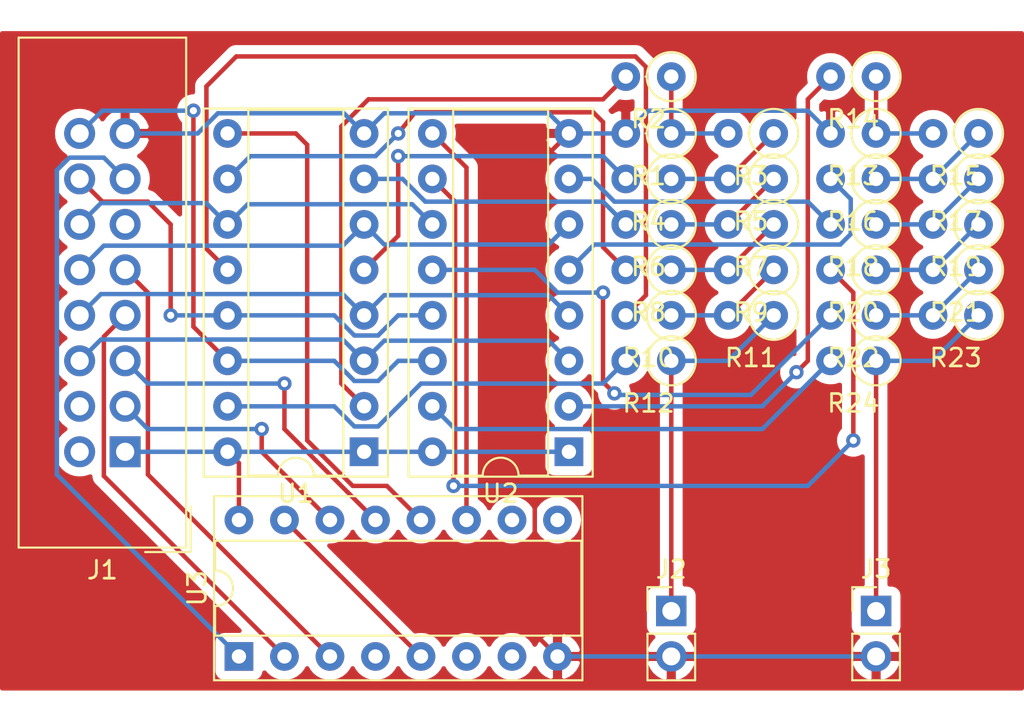
<source format=kicad_pcb>
(kicad_pcb (version 20171130) (host pcbnew "(5.1.2-1)-1")

  (general
    (thickness 1.6)
    (drawings 0)
    (tracks 217)
    (zones 0)
    (modules 30)
    (nets 41)
  )

  (page A4)
  (layers
    (0 F.Cu signal)
    (31 B.Cu signal)
    (32 B.Adhes user)
    (33 F.Adhes user)
    (34 B.Paste user)
    (35 F.Paste user)
    (36 B.SilkS user)
    (37 F.SilkS user)
    (38 B.Mask user)
    (39 F.Mask user)
    (40 Dwgs.User user)
    (41 Cmts.User user)
    (42 Eco1.User user)
    (43 Eco2.User user)
    (44 Edge.Cuts user)
    (45 Margin user)
    (46 B.CrtYd user)
    (47 F.CrtYd user)
    (48 B.Fab user)
    (49 F.Fab user)
  )

  (setup
    (last_trace_width 0.25)
    (trace_clearance 0.2)
    (zone_clearance 0.508)
    (zone_45_only no)
    (trace_min 0.2)
    (via_size 0.8)
    (via_drill 0.4)
    (via_min_size 0.4)
    (via_min_drill 0.3)
    (uvia_size 0.3)
    (uvia_drill 0.1)
    (uvias_allowed no)
    (uvia_min_size 0.2)
    (uvia_min_drill 0.1)
    (edge_width 0.05)
    (segment_width 0.2)
    (pcb_text_width 0.3)
    (pcb_text_size 1.5 1.5)
    (mod_edge_width 0.12)
    (mod_text_size 1 1)
    (mod_text_width 0.15)
    (pad_size 1.524 1.524)
    (pad_drill 0.762)
    (pad_to_mask_clearance 0.051)
    (solder_mask_min_width 0.25)
    (aux_axis_origin 0 0)
    (visible_elements FFFFFF7F)
    (pcbplotparams
      (layerselection 0x010fc_ffffffff)
      (usegerberextensions false)
      (usegerberattributes false)
      (usegerberadvancedattributes false)
      (creategerberjobfile false)
      (excludeedgelayer true)
      (linewidth 0.100000)
      (plotframeref false)
      (viasonmask false)
      (mode 1)
      (useauxorigin false)
      (hpglpennumber 1)
      (hpglpenspeed 20)
      (hpglpendiameter 15.000000)
      (psnegative false)
      (psa4output false)
      (plotreference true)
      (plotvalue true)
      (plotinvisibletext false)
      (padsonsilk false)
      (subtractmaskfromsilk false)
      (outputformat 1)
      (mirror false)
      (drillshape 1)
      (scaleselection 1)
      (outputdirectory ""))
  )

  (net 0 "")
  (net 1 /D7)
  (net 2 GND)
  (net 3 /D6)
  (net 4 /~IOX)
  (net 5 /D5)
  (net 6 /D4)
  (net 7 /PA3)
  (net 8 /D3)
  (net 9 /PA2)
  (net 10 /D2)
  (net 11 /PA1)
  (net 12 /PA0)
  (net 13 +5V)
  (net 14 "Net-(J2-Pad1)")
  (net 15 "Net-(J3-Pad1)")
  (net 16 "Net-(R1-Pad1)")
  (net 17 "Net-(R2-Pad2)")
  (net 18 "Net-(R3-Pad1)")
  (net 19 "Net-(R4-Pad2)")
  (net 20 "Net-(R5-Pad1)")
  (net 21 "Net-(R6-Pad2)")
  (net 22 "Net-(R7-Pad1)")
  (net 23 "Net-(R8-Pad2)")
  (net 24 "Net-(R10-Pad1)")
  (net 25 "Net-(R10-Pad2)")
  (net 26 "Net-(R12-Pad2)")
  (net 27 "Net-(R13-Pad1)")
  (net 28 "Net-(R14-Pad2)")
  (net 29 "Net-(R15-Pad1)")
  (net 30 "Net-(R16-Pad2)")
  (net 31 "Net-(R17-Pad1)")
  (net 32 "Net-(R18-Pad2)")
  (net 33 "Net-(R19-Pad1)")
  (net 34 "Net-(R20-Pad2)")
  (net 35 "Net-(R21-Pad1)")
  (net 36 "Net-(R22-Pad2)")
  (net 37 "Net-(R24-Pad2)")
  (net 38 /~SELY)
  (net 39 /~SELX)
  (net 40 "Net-(U3-Pad15)")

  (net_class Default "Esta es la clase de red por defecto."
    (clearance 0.2)
    (trace_width 0.25)
    (via_dia 0.8)
    (via_drill 0.4)
    (uvia_dia 0.3)
    (uvia_drill 0.1)
    (add_net +5V)
    (add_net /D2)
    (add_net /D3)
    (add_net /D4)
    (add_net /D5)
    (add_net /D6)
    (add_net /D7)
    (add_net /PA0)
    (add_net /PA1)
    (add_net /PA2)
    (add_net /PA3)
    (add_net /~IOX)
    (add_net /~SELX)
    (add_net /~SELY)
    (add_net GND)
    (add_net "Net-(J1-Pad11)")
    (add_net "Net-(J1-Pad2)")
    (add_net "Net-(J1-Pad4)")
    (add_net "Net-(J2-Pad1)")
    (add_net "Net-(J3-Pad1)")
    (add_net "Net-(R1-Pad1)")
    (add_net "Net-(R10-Pad1)")
    (add_net "Net-(R10-Pad2)")
    (add_net "Net-(R12-Pad2)")
    (add_net "Net-(R13-Pad1)")
    (add_net "Net-(R14-Pad2)")
    (add_net "Net-(R15-Pad1)")
    (add_net "Net-(R16-Pad2)")
    (add_net "Net-(R17-Pad1)")
    (add_net "Net-(R18-Pad2)")
    (add_net "Net-(R19-Pad1)")
    (add_net "Net-(R2-Pad2)")
    (add_net "Net-(R20-Pad2)")
    (add_net "Net-(R21-Pad1)")
    (add_net "Net-(R22-Pad2)")
    (add_net "Net-(R24-Pad2)")
    (add_net "Net-(R3-Pad1)")
    (add_net "Net-(R4-Pad2)")
    (add_net "Net-(R5-Pad1)")
    (add_net "Net-(R6-Pad2)")
    (add_net "Net-(R7-Pad1)")
    (add_net "Net-(R8-Pad2)")
    (add_net "Net-(U3-Pad10)")
    (add_net "Net-(U3-Pad15)")
    (add_net "Net-(U3-Pad4)")
    (add_net "Net-(U3-Pad6)")
    (add_net "Net-(U3-Pad7)")
    (add_net "Net-(U3-Pad9)")
  )

  (module Package_DIP:DIP-16_W7.62mm_Socket (layer F.Cu) (tedit 5A02E8C5) (tstamp 62566712)
    (at 98.425 53.975 90)
    (descr "16-lead though-hole mounted DIP package, row spacing 7.62 mm (300 mils), Socket")
    (tags "THT DIP DIL PDIP 2.54mm 7.62mm 300mil Socket")
    (path /644F38C1)
    (fp_text reference U3 (at 3.81 -2.33 90) (layer F.SilkS)
      (effects (font (size 1 1) (thickness 0.15)))
    )
    (fp_text value 74HC139 (at 3.81 20.11 90) (layer F.Fab)
      (effects (font (size 1 1) (thickness 0.15)))
    )
    (fp_text user %R (at 3.81 8.89 90) (layer F.Fab)
      (effects (font (size 1 1) (thickness 0.15)))
    )
    (fp_line (start 9.15 -1.6) (end -1.55 -1.6) (layer F.CrtYd) (width 0.05))
    (fp_line (start 9.15 19.4) (end 9.15 -1.6) (layer F.CrtYd) (width 0.05))
    (fp_line (start -1.55 19.4) (end 9.15 19.4) (layer F.CrtYd) (width 0.05))
    (fp_line (start -1.55 -1.6) (end -1.55 19.4) (layer F.CrtYd) (width 0.05))
    (fp_line (start 8.95 -1.39) (end -1.33 -1.39) (layer F.SilkS) (width 0.12))
    (fp_line (start 8.95 19.17) (end 8.95 -1.39) (layer F.SilkS) (width 0.12))
    (fp_line (start -1.33 19.17) (end 8.95 19.17) (layer F.SilkS) (width 0.12))
    (fp_line (start -1.33 -1.39) (end -1.33 19.17) (layer F.SilkS) (width 0.12))
    (fp_line (start 6.46 -1.33) (end 4.81 -1.33) (layer F.SilkS) (width 0.12))
    (fp_line (start 6.46 19.11) (end 6.46 -1.33) (layer F.SilkS) (width 0.12))
    (fp_line (start 1.16 19.11) (end 6.46 19.11) (layer F.SilkS) (width 0.12))
    (fp_line (start 1.16 -1.33) (end 1.16 19.11) (layer F.SilkS) (width 0.12))
    (fp_line (start 2.81 -1.33) (end 1.16 -1.33) (layer F.SilkS) (width 0.12))
    (fp_line (start 8.89 -1.33) (end -1.27 -1.33) (layer F.Fab) (width 0.1))
    (fp_line (start 8.89 19.11) (end 8.89 -1.33) (layer F.Fab) (width 0.1))
    (fp_line (start -1.27 19.11) (end 8.89 19.11) (layer F.Fab) (width 0.1))
    (fp_line (start -1.27 -1.33) (end -1.27 19.11) (layer F.Fab) (width 0.1))
    (fp_line (start 0.635 -0.27) (end 1.635 -1.27) (layer F.Fab) (width 0.1))
    (fp_line (start 0.635 19.05) (end 0.635 -0.27) (layer F.Fab) (width 0.1))
    (fp_line (start 6.985 19.05) (end 0.635 19.05) (layer F.Fab) (width 0.1))
    (fp_line (start 6.985 -1.27) (end 6.985 19.05) (layer F.Fab) (width 0.1))
    (fp_line (start 1.635 -1.27) (end 6.985 -1.27) (layer F.Fab) (width 0.1))
    (fp_arc (start 3.81 -1.33) (end 2.81 -1.33) (angle -180) (layer F.SilkS) (width 0.12))
    (pad 16 thru_hole oval (at 7.62 0 90) (size 1.6 1.6) (drill 0.8) (layers *.Cu *.Mask)
      (net 13 +5V))
    (pad 8 thru_hole oval (at 0 17.78 90) (size 1.6 1.6) (drill 0.8) (layers *.Cu *.Mask)
      (net 2 GND))
    (pad 15 thru_hole oval (at 7.62 2.54 90) (size 1.6 1.6) (drill 0.8) (layers *.Cu *.Mask)
      (net 40 "Net-(U3-Pad15)"))
    (pad 7 thru_hole oval (at 0 15.24 90) (size 1.6 1.6) (drill 0.8) (layers *.Cu *.Mask))
    (pad 14 thru_hole oval (at 7.62 5.08 90) (size 1.6 1.6) (drill 0.8) (layers *.Cu *.Mask)
      (net 12 /PA0))
    (pad 6 thru_hole oval (at 0 12.7 90) (size 1.6 1.6) (drill 0.8) (layers *.Cu *.Mask))
    (pad 13 thru_hole oval (at 7.62 7.62 90) (size 1.6 1.6) (drill 0.8) (layers *.Cu *.Mask)
      (net 11 /PA1))
    (pad 5 thru_hole oval (at 0 10.16 90) (size 1.6 1.6) (drill 0.8) (layers *.Cu *.Mask)
      (net 40 "Net-(U3-Pad15)"))
    (pad 12 thru_hole oval (at 7.62 10.16 90) (size 1.6 1.6) (drill 0.8) (layers *.Cu *.Mask)
      (net 38 /~SELY))
    (pad 4 thru_hole oval (at 0 7.62 90) (size 1.6 1.6) (drill 0.8) (layers *.Cu *.Mask))
    (pad 11 thru_hole oval (at 7.62 12.7 90) (size 1.6 1.6) (drill 0.8) (layers *.Cu *.Mask)
      (net 39 /~SELX))
    (pad 3 thru_hole oval (at 0 5.08 90) (size 1.6 1.6) (drill 0.8) (layers *.Cu *.Mask)
      (net 7 /PA3))
    (pad 10 thru_hole oval (at 7.62 15.24 90) (size 1.6 1.6) (drill 0.8) (layers *.Cu *.Mask))
    (pad 2 thru_hole oval (at 0 2.54 90) (size 1.6 1.6) (drill 0.8) (layers *.Cu *.Mask)
      (net 9 /PA2))
    (pad 9 thru_hole oval (at 7.62 17.78 90) (size 1.6 1.6) (drill 0.8) (layers *.Cu *.Mask))
    (pad 1 thru_hole rect (at 0 0 90) (size 1.6 1.6) (drill 0.8) (layers *.Cu *.Mask)
      (net 4 /~IOX))
    (model ${KISYS3DMOD}/Package_DIP.3dshapes/DIP-16_W7.62mm_Socket.wrl
      (at (xyz 0 0 0))
      (scale (xyz 1 1 1))
      (rotate (xyz 0 0 0))
    )
  )

  (module Package_DIP:DIP-16_W7.62mm_Socket (layer F.Cu) (tedit 5A02E8C5) (tstamp 62565E55)
    (at 116.84 42.545 180)
    (descr "16-lead though-hole mounted DIP package, row spacing 7.62 mm (300 mils), Socket")
    (tags "THT DIP DIL PDIP 2.54mm 7.62mm 300mil Socket")
    (path /644F345A)
    (fp_text reference U2 (at 3.81 -2.33) (layer F.SilkS)
      (effects (font (size 1 1) (thickness 0.15)))
    )
    (fp_text value 74HC174 (at 3.81 20.11) (layer F.Fab)
      (effects (font (size 1 1) (thickness 0.15)))
    )
    (fp_text user %R (at 3.81 8.89) (layer F.Fab)
      (effects (font (size 1 1) (thickness 0.15)))
    )
    (fp_line (start 9.15 -1.6) (end -1.55 -1.6) (layer F.CrtYd) (width 0.05))
    (fp_line (start 9.15 19.4) (end 9.15 -1.6) (layer F.CrtYd) (width 0.05))
    (fp_line (start -1.55 19.4) (end 9.15 19.4) (layer F.CrtYd) (width 0.05))
    (fp_line (start -1.55 -1.6) (end -1.55 19.4) (layer F.CrtYd) (width 0.05))
    (fp_line (start 8.95 -1.39) (end -1.33 -1.39) (layer F.SilkS) (width 0.12))
    (fp_line (start 8.95 19.17) (end 8.95 -1.39) (layer F.SilkS) (width 0.12))
    (fp_line (start -1.33 19.17) (end 8.95 19.17) (layer F.SilkS) (width 0.12))
    (fp_line (start -1.33 -1.39) (end -1.33 19.17) (layer F.SilkS) (width 0.12))
    (fp_line (start 6.46 -1.33) (end 4.81 -1.33) (layer F.SilkS) (width 0.12))
    (fp_line (start 6.46 19.11) (end 6.46 -1.33) (layer F.SilkS) (width 0.12))
    (fp_line (start 1.16 19.11) (end 6.46 19.11) (layer F.SilkS) (width 0.12))
    (fp_line (start 1.16 -1.33) (end 1.16 19.11) (layer F.SilkS) (width 0.12))
    (fp_line (start 2.81 -1.33) (end 1.16 -1.33) (layer F.SilkS) (width 0.12))
    (fp_line (start 8.89 -1.33) (end -1.27 -1.33) (layer F.Fab) (width 0.1))
    (fp_line (start 8.89 19.11) (end 8.89 -1.33) (layer F.Fab) (width 0.1))
    (fp_line (start -1.27 19.11) (end 8.89 19.11) (layer F.Fab) (width 0.1))
    (fp_line (start -1.27 -1.33) (end -1.27 19.11) (layer F.Fab) (width 0.1))
    (fp_line (start 0.635 -0.27) (end 1.635 -1.27) (layer F.Fab) (width 0.1))
    (fp_line (start 0.635 19.05) (end 0.635 -0.27) (layer F.Fab) (width 0.1))
    (fp_line (start 6.985 19.05) (end 0.635 19.05) (layer F.Fab) (width 0.1))
    (fp_line (start 6.985 -1.27) (end 6.985 19.05) (layer F.Fab) (width 0.1))
    (fp_line (start 1.635 -1.27) (end 6.985 -1.27) (layer F.Fab) (width 0.1))
    (fp_arc (start 3.81 -1.33) (end 2.81 -1.33) (angle -180) (layer F.SilkS) (width 0.12))
    (pad 16 thru_hole oval (at 7.62 0 180) (size 1.6 1.6) (drill 0.8) (layers *.Cu *.Mask)
      (net 13 +5V))
    (pad 8 thru_hole oval (at 0 17.78 180) (size 1.6 1.6) (drill 0.8) (layers *.Cu *.Mask)
      (net 2 GND))
    (pad 15 thru_hole oval (at 7.62 2.54 180) (size 1.6 1.6) (drill 0.8) (layers *.Cu *.Mask)
      (net 37 "Net-(R24-Pad2)"))
    (pad 7 thru_hole oval (at 0 15.24 180) (size 1.6 1.6) (drill 0.8) (layers *.Cu *.Mask)
      (net 32 "Net-(R18-Pad2)"))
    (pad 14 thru_hole oval (at 7.62 5.08 180) (size 1.6 1.6) (drill 0.8) (layers *.Cu *.Mask)
      (net 1 /D7))
    (pad 6 thru_hole oval (at 0 12.7 180) (size 1.6 1.6) (drill 0.8) (layers *.Cu *.Mask)
      (net 6 /D4))
    (pad 13 thru_hole oval (at 7.62 7.62 180) (size 1.6 1.6) (drill 0.8) (layers *.Cu *.Mask)
      (net 3 /D6))
    (pad 5 thru_hole oval (at 0 10.16 180) (size 1.6 1.6) (drill 0.8) (layers *.Cu *.Mask)
      (net 30 "Net-(R16-Pad2)"))
    (pad 12 thru_hole oval (at 7.62 10.16 180) (size 1.6 1.6) (drill 0.8) (layers *.Cu *.Mask)
      (net 36 "Net-(R22-Pad2)"))
    (pad 4 thru_hole oval (at 0 7.62 180) (size 1.6 1.6) (drill 0.8) (layers *.Cu *.Mask)
      (net 8 /D3))
    (pad 11 thru_hole oval (at 7.62 12.7 180) (size 1.6 1.6) (drill 0.8) (layers *.Cu *.Mask)
      (net 5 /D5))
    (pad 3 thru_hole oval (at 0 5.08 180) (size 1.6 1.6) (drill 0.8) (layers *.Cu *.Mask)
      (net 10 /D2))
    (pad 10 thru_hole oval (at 7.62 15.24 180) (size 1.6 1.6) (drill 0.8) (layers *.Cu *.Mask)
      (net 34 "Net-(R20-Pad2)"))
    (pad 2 thru_hole oval (at 0 2.54 180) (size 1.6 1.6) (drill 0.8) (layers *.Cu *.Mask)
      (net 28 "Net-(R14-Pad2)"))
    (pad 9 thru_hole oval (at 7.62 17.78 180) (size 1.6 1.6) (drill 0.8) (layers *.Cu *.Mask)
      (net 39 /~SELX))
    (pad 1 thru_hole rect (at 0 0 180) (size 1.6 1.6) (drill 0.8) (layers *.Cu *.Mask)
      (net 13 +5V))
    (model ${KISYS3DMOD}/Package_DIP.3dshapes/DIP-16_W7.62mm_Socket.wrl
      (at (xyz 0 0 0))
      (scale (xyz 1 1 1))
      (rotate (xyz 0 0 0))
    )
  )

  (module Package_DIP:DIP-16_W7.62mm_Socket (layer F.Cu) (tedit 5A02E8C5) (tstamp 62565E29)
    (at 105.41 42.545 180)
    (descr "16-lead though-hole mounted DIP package, row spacing 7.62 mm (300 mils), Socket")
    (tags "THT DIP DIL PDIP 2.54mm 7.62mm 300mil Socket")
    (path /644F2C63)
    (fp_text reference U1 (at 3.81 -2.33) (layer F.SilkS)
      (effects (font (size 1 1) (thickness 0.15)))
    )
    (fp_text value 74HC174 (at 3.81 20.11) (layer F.Fab)
      (effects (font (size 1 1) (thickness 0.15)))
    )
    (fp_text user %R (at 3.81 8.89) (layer F.Fab)
      (effects (font (size 1 1) (thickness 0.15)))
    )
    (fp_line (start 9.15 -1.6) (end -1.55 -1.6) (layer F.CrtYd) (width 0.05))
    (fp_line (start 9.15 19.4) (end 9.15 -1.6) (layer F.CrtYd) (width 0.05))
    (fp_line (start -1.55 19.4) (end 9.15 19.4) (layer F.CrtYd) (width 0.05))
    (fp_line (start -1.55 -1.6) (end -1.55 19.4) (layer F.CrtYd) (width 0.05))
    (fp_line (start 8.95 -1.39) (end -1.33 -1.39) (layer F.SilkS) (width 0.12))
    (fp_line (start 8.95 19.17) (end 8.95 -1.39) (layer F.SilkS) (width 0.12))
    (fp_line (start -1.33 19.17) (end 8.95 19.17) (layer F.SilkS) (width 0.12))
    (fp_line (start -1.33 -1.39) (end -1.33 19.17) (layer F.SilkS) (width 0.12))
    (fp_line (start 6.46 -1.33) (end 4.81 -1.33) (layer F.SilkS) (width 0.12))
    (fp_line (start 6.46 19.11) (end 6.46 -1.33) (layer F.SilkS) (width 0.12))
    (fp_line (start 1.16 19.11) (end 6.46 19.11) (layer F.SilkS) (width 0.12))
    (fp_line (start 1.16 -1.33) (end 1.16 19.11) (layer F.SilkS) (width 0.12))
    (fp_line (start 2.81 -1.33) (end 1.16 -1.33) (layer F.SilkS) (width 0.12))
    (fp_line (start 8.89 -1.33) (end -1.27 -1.33) (layer F.Fab) (width 0.1))
    (fp_line (start 8.89 19.11) (end 8.89 -1.33) (layer F.Fab) (width 0.1))
    (fp_line (start -1.27 19.11) (end 8.89 19.11) (layer F.Fab) (width 0.1))
    (fp_line (start -1.27 -1.33) (end -1.27 19.11) (layer F.Fab) (width 0.1))
    (fp_line (start 0.635 -0.27) (end 1.635 -1.27) (layer F.Fab) (width 0.1))
    (fp_line (start 0.635 19.05) (end 0.635 -0.27) (layer F.Fab) (width 0.1))
    (fp_line (start 6.985 19.05) (end 0.635 19.05) (layer F.Fab) (width 0.1))
    (fp_line (start 6.985 -1.27) (end 6.985 19.05) (layer F.Fab) (width 0.1))
    (fp_line (start 1.635 -1.27) (end 6.985 -1.27) (layer F.Fab) (width 0.1))
    (fp_arc (start 3.81 -1.33) (end 2.81 -1.33) (angle -180) (layer F.SilkS) (width 0.12))
    (pad 16 thru_hole oval (at 7.62 0 180) (size 1.6 1.6) (drill 0.8) (layers *.Cu *.Mask)
      (net 13 +5V))
    (pad 8 thru_hole oval (at 0 17.78 180) (size 1.6 1.6) (drill 0.8) (layers *.Cu *.Mask)
      (net 2 GND))
    (pad 15 thru_hole oval (at 7.62 2.54 180) (size 1.6 1.6) (drill 0.8) (layers *.Cu *.Mask)
      (net 26 "Net-(R12-Pad2)"))
    (pad 7 thru_hole oval (at 0 15.24 180) (size 1.6 1.6) (drill 0.8) (layers *.Cu *.Mask)
      (net 21 "Net-(R6-Pad2)"))
    (pad 14 thru_hole oval (at 7.62 5.08 180) (size 1.6 1.6) (drill 0.8) (layers *.Cu *.Mask)
      (net 1 /D7))
    (pad 6 thru_hole oval (at 0 12.7 180) (size 1.6 1.6) (drill 0.8) (layers *.Cu *.Mask)
      (net 6 /D4))
    (pad 13 thru_hole oval (at 7.62 7.62 180) (size 1.6 1.6) (drill 0.8) (layers *.Cu *.Mask)
      (net 3 /D6))
    (pad 5 thru_hole oval (at 0 10.16 180) (size 1.6 1.6) (drill 0.8) (layers *.Cu *.Mask)
      (net 19 "Net-(R4-Pad2)"))
    (pad 12 thru_hole oval (at 7.62 10.16 180) (size 1.6 1.6) (drill 0.8) (layers *.Cu *.Mask)
      (net 25 "Net-(R10-Pad2)"))
    (pad 4 thru_hole oval (at 0 7.62 180) (size 1.6 1.6) (drill 0.8) (layers *.Cu *.Mask)
      (net 8 /D3))
    (pad 11 thru_hole oval (at 7.62 12.7 180) (size 1.6 1.6) (drill 0.8) (layers *.Cu *.Mask)
      (net 5 /D5))
    (pad 3 thru_hole oval (at 0 5.08 180) (size 1.6 1.6) (drill 0.8) (layers *.Cu *.Mask)
      (net 10 /D2))
    (pad 10 thru_hole oval (at 7.62 15.24 180) (size 1.6 1.6) (drill 0.8) (layers *.Cu *.Mask)
      (net 23 "Net-(R8-Pad2)"))
    (pad 2 thru_hole oval (at 0 2.54 180) (size 1.6 1.6) (drill 0.8) (layers *.Cu *.Mask)
      (net 17 "Net-(R2-Pad2)"))
    (pad 9 thru_hole oval (at 7.62 17.78 180) (size 1.6 1.6) (drill 0.8) (layers *.Cu *.Mask)
      (net 38 /~SELY))
    (pad 1 thru_hole rect (at 0 0 180) (size 1.6 1.6) (drill 0.8) (layers *.Cu *.Mask)
      (net 13 +5V))
    (model ${KISYS3DMOD}/Package_DIP.3dshapes/DIP-16_W7.62mm_Socket.wrl
      (at (xyz 0 0 0))
      (scale (xyz 1 1 1))
      (rotate (xyz 0 0 0))
    )
  )

  (module Resistor_THT:R_Axial_DIN0207_L6.3mm_D2.5mm_P2.54mm_Vertical (layer F.Cu) (tedit 5AE5139B) (tstamp 62565DFD)
    (at 133.985 37.465 180)
    (descr "Resistor, Axial_DIN0207 series, Axial, Vertical, pin pitch=2.54mm, 0.25W = 1/4W, length*diameter=6.3*2.5mm^2, http://cdn-reichelt.de/documents/datenblatt/B400/1_4W%23YAG.pdf")
    (tags "Resistor Axial_DIN0207 series Axial Vertical pin pitch 2.54mm 0.25W = 1/4W length 6.3mm diameter 2.5mm")
    (path /645B6BC7)
    (fp_text reference R24 (at 1.27 -2.37) (layer F.SilkS)
      (effects (font (size 1 1) (thickness 0.15)))
    )
    (fp_text value 3K6 (at 1.27 2.37) (layer F.Fab)
      (effects (font (size 1 1) (thickness 0.15)))
    )
    (fp_text user %R (at 1.27 -2.37) (layer F.Fab)
      (effects (font (size 1 1) (thickness 0.15)))
    )
    (fp_line (start 3.59 -1.5) (end -1.5 -1.5) (layer F.CrtYd) (width 0.05))
    (fp_line (start 3.59 1.5) (end 3.59 -1.5) (layer F.CrtYd) (width 0.05))
    (fp_line (start -1.5 1.5) (end 3.59 1.5) (layer F.CrtYd) (width 0.05))
    (fp_line (start -1.5 -1.5) (end -1.5 1.5) (layer F.CrtYd) (width 0.05))
    (fp_line (start 1.37 0) (end 1.44 0) (layer F.SilkS) (width 0.12))
    (fp_line (start 0 0) (end 2.54 0) (layer F.Fab) (width 0.1))
    (fp_circle (center 0 0) (end 1.37 0) (layer F.SilkS) (width 0.12))
    (fp_circle (center 0 0) (end 1.25 0) (layer F.Fab) (width 0.1))
    (pad 2 thru_hole oval (at 2.54 0 180) (size 1.6 1.6) (drill 0.8) (layers *.Cu *.Mask)
      (net 37 "Net-(R24-Pad2)"))
    (pad 1 thru_hole circle (at 0 0 180) (size 1.6 1.6) (drill 0.8) (layers *.Cu *.Mask)
      (net 15 "Net-(J3-Pad1)"))
    (model ${KISYS3DMOD}/Resistor_THT.3dshapes/R_Axial_DIN0207_L6.3mm_D2.5mm_P2.54mm_Vertical.wrl
      (at (xyz 0 0 0))
      (scale (xyz 1 1 1))
      (rotate (xyz 0 0 0))
    )
  )

  (module Resistor_THT:R_Axial_DIN0207_L6.3mm_D2.5mm_P2.54mm_Vertical (layer F.Cu) (tedit 5AE5139B) (tstamp 62565DEE)
    (at 139.7 34.925 180)
    (descr "Resistor, Axial_DIN0207 series, Axial, Vertical, pin pitch=2.54mm, 0.25W = 1/4W, length*diameter=6.3*2.5mm^2, http://cdn-reichelt.de/documents/datenblatt/B400/1_4W%23YAG.pdf")
    (tags "Resistor Axial_DIN0207 series Axial Vertical pin pitch 2.54mm 0.25W = 1/4W length 6.3mm diameter 2.5mm")
    (path /645B6BF9)
    (fp_text reference R23 (at 1.27 -2.37) (layer F.SilkS)
      (effects (font (size 1 1) (thickness 0.15)))
    )
    (fp_text value 1K8 (at 1.27 2.37) (layer F.Fab)
      (effects (font (size 1 1) (thickness 0.15)))
    )
    (fp_text user %R (at 1.27 -2.37) (layer F.Fab)
      (effects (font (size 1 1) (thickness 0.15)))
    )
    (fp_line (start 3.59 -1.5) (end -1.5 -1.5) (layer F.CrtYd) (width 0.05))
    (fp_line (start 3.59 1.5) (end 3.59 -1.5) (layer F.CrtYd) (width 0.05))
    (fp_line (start -1.5 1.5) (end 3.59 1.5) (layer F.CrtYd) (width 0.05))
    (fp_line (start -1.5 -1.5) (end -1.5 1.5) (layer F.CrtYd) (width 0.05))
    (fp_line (start 1.37 0) (end 1.44 0) (layer F.SilkS) (width 0.12))
    (fp_line (start 0 0) (end 2.54 0) (layer F.Fab) (width 0.1))
    (fp_circle (center 0 0) (end 1.37 0) (layer F.SilkS) (width 0.12))
    (fp_circle (center 0 0) (end 1.25 0) (layer F.Fab) (width 0.1))
    (pad 2 thru_hole oval (at 2.54 0 180) (size 1.6 1.6) (drill 0.8) (layers *.Cu *.Mask)
      (net 35 "Net-(R21-Pad1)"))
    (pad 1 thru_hole circle (at 0 0 180) (size 1.6 1.6) (drill 0.8) (layers *.Cu *.Mask)
      (net 15 "Net-(J3-Pad1)"))
    (model ${KISYS3DMOD}/Resistor_THT.3dshapes/R_Axial_DIN0207_L6.3mm_D2.5mm_P2.54mm_Vertical.wrl
      (at (xyz 0 0 0))
      (scale (xyz 1 1 1))
      (rotate (xyz 0 0 0))
    )
  )

  (module Resistor_THT:R_Axial_DIN0207_L6.3mm_D2.5mm_P2.54mm_Vertical (layer F.Cu) (tedit 5AE5139B) (tstamp 62565DDF)
    (at 133.985 34.925 180)
    (descr "Resistor, Axial_DIN0207 series, Axial, Vertical, pin pitch=2.54mm, 0.25W = 1/4W, length*diameter=6.3*2.5mm^2, http://cdn-reichelt.de/documents/datenblatt/B400/1_4W%23YAG.pdf")
    (tags "Resistor Axial_DIN0207 series Axial Vertical pin pitch 2.54mm 0.25W = 1/4W length 6.3mm diameter 2.5mm")
    (path /645B6BBD)
    (fp_text reference R22 (at 1.27 -2.37) (layer F.SilkS)
      (effects (font (size 1 1) (thickness 0.15)))
    )
    (fp_text value 3K6 (at 1.27 2.37) (layer F.Fab)
      (effects (font (size 1 1) (thickness 0.15)))
    )
    (fp_text user %R (at 1.27 -2.37) (layer F.Fab)
      (effects (font (size 1 1) (thickness 0.15)))
    )
    (fp_line (start 3.59 -1.5) (end -1.5 -1.5) (layer F.CrtYd) (width 0.05))
    (fp_line (start 3.59 1.5) (end 3.59 -1.5) (layer F.CrtYd) (width 0.05))
    (fp_line (start -1.5 1.5) (end 3.59 1.5) (layer F.CrtYd) (width 0.05))
    (fp_line (start -1.5 -1.5) (end -1.5 1.5) (layer F.CrtYd) (width 0.05))
    (fp_line (start 1.37 0) (end 1.44 0) (layer F.SilkS) (width 0.12))
    (fp_line (start 0 0) (end 2.54 0) (layer F.Fab) (width 0.1))
    (fp_circle (center 0 0) (end 1.37 0) (layer F.SilkS) (width 0.12))
    (fp_circle (center 0 0) (end 1.25 0) (layer F.Fab) (width 0.1))
    (pad 2 thru_hole oval (at 2.54 0 180) (size 1.6 1.6) (drill 0.8) (layers *.Cu *.Mask)
      (net 36 "Net-(R22-Pad2)"))
    (pad 1 thru_hole circle (at 0 0 180) (size 1.6 1.6) (drill 0.8) (layers *.Cu *.Mask)
      (net 35 "Net-(R21-Pad1)"))
    (model ${KISYS3DMOD}/Resistor_THT.3dshapes/R_Axial_DIN0207_L6.3mm_D2.5mm_P2.54mm_Vertical.wrl
      (at (xyz 0 0 0))
      (scale (xyz 1 1 1))
      (rotate (xyz 0 0 0))
    )
  )

  (module Resistor_THT:R_Axial_DIN0207_L6.3mm_D2.5mm_P2.54mm_Vertical (layer F.Cu) (tedit 5AE5139B) (tstamp 62565DD0)
    (at 139.7 32.385 180)
    (descr "Resistor, Axial_DIN0207 series, Axial, Vertical, pin pitch=2.54mm, 0.25W = 1/4W, length*diameter=6.3*2.5mm^2, http://cdn-reichelt.de/documents/datenblatt/B400/1_4W%23YAG.pdf")
    (tags "Resistor Axial_DIN0207 series Axial Vertical pin pitch 2.54mm 0.25W = 1/4W length 6.3mm diameter 2.5mm")
    (path /645B6BEF)
    (fp_text reference R21 (at 1.27 -2.37) (layer F.SilkS)
      (effects (font (size 1 1) (thickness 0.15)))
    )
    (fp_text value 1K8 (at 1.27 2.37) (layer F.Fab)
      (effects (font (size 1 1) (thickness 0.15)))
    )
    (fp_text user %R (at 1.27 -2.37) (layer F.Fab)
      (effects (font (size 1 1) (thickness 0.15)))
    )
    (fp_line (start 3.59 -1.5) (end -1.5 -1.5) (layer F.CrtYd) (width 0.05))
    (fp_line (start 3.59 1.5) (end 3.59 -1.5) (layer F.CrtYd) (width 0.05))
    (fp_line (start -1.5 1.5) (end 3.59 1.5) (layer F.CrtYd) (width 0.05))
    (fp_line (start -1.5 -1.5) (end -1.5 1.5) (layer F.CrtYd) (width 0.05))
    (fp_line (start 1.37 0) (end 1.44 0) (layer F.SilkS) (width 0.12))
    (fp_line (start 0 0) (end 2.54 0) (layer F.Fab) (width 0.1))
    (fp_circle (center 0 0) (end 1.37 0) (layer F.SilkS) (width 0.12))
    (fp_circle (center 0 0) (end 1.25 0) (layer F.Fab) (width 0.1))
    (pad 2 thru_hole oval (at 2.54 0 180) (size 1.6 1.6) (drill 0.8) (layers *.Cu *.Mask)
      (net 33 "Net-(R19-Pad1)"))
    (pad 1 thru_hole circle (at 0 0 180) (size 1.6 1.6) (drill 0.8) (layers *.Cu *.Mask)
      (net 35 "Net-(R21-Pad1)"))
    (model ${KISYS3DMOD}/Resistor_THT.3dshapes/R_Axial_DIN0207_L6.3mm_D2.5mm_P2.54mm_Vertical.wrl
      (at (xyz 0 0 0))
      (scale (xyz 1 1 1))
      (rotate (xyz 0 0 0))
    )
  )

  (module Resistor_THT:R_Axial_DIN0207_L6.3mm_D2.5mm_P2.54mm_Vertical (layer F.Cu) (tedit 5AE5139B) (tstamp 62565DC1)
    (at 133.985 32.385 180)
    (descr "Resistor, Axial_DIN0207 series, Axial, Vertical, pin pitch=2.54mm, 0.25W = 1/4W, length*diameter=6.3*2.5mm^2, http://cdn-reichelt.de/documents/datenblatt/B400/1_4W%23YAG.pdf")
    (tags "Resistor Axial_DIN0207 series Axial Vertical pin pitch 2.54mm 0.25W = 1/4W length 6.3mm diameter 2.5mm")
    (path /645B6BB3)
    (fp_text reference R20 (at 1.27 -2.37) (layer F.SilkS)
      (effects (font (size 1 1) (thickness 0.15)))
    )
    (fp_text value 3K6 (at 1.27 2.37) (layer F.Fab)
      (effects (font (size 1 1) (thickness 0.15)))
    )
    (fp_text user %R (at 1.27 -2.37) (layer F.Fab)
      (effects (font (size 1 1) (thickness 0.15)))
    )
    (fp_line (start 3.59 -1.5) (end -1.5 -1.5) (layer F.CrtYd) (width 0.05))
    (fp_line (start 3.59 1.5) (end 3.59 -1.5) (layer F.CrtYd) (width 0.05))
    (fp_line (start -1.5 1.5) (end 3.59 1.5) (layer F.CrtYd) (width 0.05))
    (fp_line (start -1.5 -1.5) (end -1.5 1.5) (layer F.CrtYd) (width 0.05))
    (fp_line (start 1.37 0) (end 1.44 0) (layer F.SilkS) (width 0.12))
    (fp_line (start 0 0) (end 2.54 0) (layer F.Fab) (width 0.1))
    (fp_circle (center 0 0) (end 1.37 0) (layer F.SilkS) (width 0.12))
    (fp_circle (center 0 0) (end 1.25 0) (layer F.Fab) (width 0.1))
    (pad 2 thru_hole oval (at 2.54 0 180) (size 1.6 1.6) (drill 0.8) (layers *.Cu *.Mask)
      (net 34 "Net-(R20-Pad2)"))
    (pad 1 thru_hole circle (at 0 0 180) (size 1.6 1.6) (drill 0.8) (layers *.Cu *.Mask)
      (net 33 "Net-(R19-Pad1)"))
    (model ${KISYS3DMOD}/Resistor_THT.3dshapes/R_Axial_DIN0207_L6.3mm_D2.5mm_P2.54mm_Vertical.wrl
      (at (xyz 0 0 0))
      (scale (xyz 1 1 1))
      (rotate (xyz 0 0 0))
    )
  )

  (module Resistor_THT:R_Axial_DIN0207_L6.3mm_D2.5mm_P2.54mm_Vertical (layer F.Cu) (tedit 5AE5139B) (tstamp 62565DB2)
    (at 139.7 29.845 180)
    (descr "Resistor, Axial_DIN0207 series, Axial, Vertical, pin pitch=2.54mm, 0.25W = 1/4W, length*diameter=6.3*2.5mm^2, http://cdn-reichelt.de/documents/datenblatt/B400/1_4W%23YAG.pdf")
    (tags "Resistor Axial_DIN0207 series Axial Vertical pin pitch 2.54mm 0.25W = 1/4W length 6.3mm diameter 2.5mm")
    (path /645B6BE5)
    (fp_text reference R19 (at 1.27 -2.37) (layer F.SilkS)
      (effects (font (size 1 1) (thickness 0.15)))
    )
    (fp_text value 1K8 (at 1.27 2.37) (layer F.Fab)
      (effects (font (size 1 1) (thickness 0.15)))
    )
    (fp_text user %R (at 1.27 -2.37) (layer F.Fab)
      (effects (font (size 1 1) (thickness 0.15)))
    )
    (fp_line (start 3.59 -1.5) (end -1.5 -1.5) (layer F.CrtYd) (width 0.05))
    (fp_line (start 3.59 1.5) (end 3.59 -1.5) (layer F.CrtYd) (width 0.05))
    (fp_line (start -1.5 1.5) (end 3.59 1.5) (layer F.CrtYd) (width 0.05))
    (fp_line (start -1.5 -1.5) (end -1.5 1.5) (layer F.CrtYd) (width 0.05))
    (fp_line (start 1.37 0) (end 1.44 0) (layer F.SilkS) (width 0.12))
    (fp_line (start 0 0) (end 2.54 0) (layer F.Fab) (width 0.1))
    (fp_circle (center 0 0) (end 1.37 0) (layer F.SilkS) (width 0.12))
    (fp_circle (center 0 0) (end 1.25 0) (layer F.Fab) (width 0.1))
    (pad 2 thru_hole oval (at 2.54 0 180) (size 1.6 1.6) (drill 0.8) (layers *.Cu *.Mask)
      (net 31 "Net-(R17-Pad1)"))
    (pad 1 thru_hole circle (at 0 0 180) (size 1.6 1.6) (drill 0.8) (layers *.Cu *.Mask)
      (net 33 "Net-(R19-Pad1)"))
    (model ${KISYS3DMOD}/Resistor_THT.3dshapes/R_Axial_DIN0207_L6.3mm_D2.5mm_P2.54mm_Vertical.wrl
      (at (xyz 0 0 0))
      (scale (xyz 1 1 1))
      (rotate (xyz 0 0 0))
    )
  )

  (module Resistor_THT:R_Axial_DIN0207_L6.3mm_D2.5mm_P2.54mm_Vertical (layer F.Cu) (tedit 5AE5139B) (tstamp 62565DA3)
    (at 133.985 29.845 180)
    (descr "Resistor, Axial_DIN0207 series, Axial, Vertical, pin pitch=2.54mm, 0.25W = 1/4W, length*diameter=6.3*2.5mm^2, http://cdn-reichelt.de/documents/datenblatt/B400/1_4W%23YAG.pdf")
    (tags "Resistor Axial_DIN0207 series Axial Vertical pin pitch 2.54mm 0.25W = 1/4W length 6.3mm diameter 2.5mm")
    (path /645B6BA9)
    (fp_text reference R18 (at 1.27 -2.37) (layer F.SilkS)
      (effects (font (size 1 1) (thickness 0.15)))
    )
    (fp_text value 3K6 (at 1.27 2.37) (layer F.Fab)
      (effects (font (size 1 1) (thickness 0.15)))
    )
    (fp_text user %R (at 1.27 -2.37) (layer F.Fab)
      (effects (font (size 1 1) (thickness 0.15)))
    )
    (fp_line (start 3.59 -1.5) (end -1.5 -1.5) (layer F.CrtYd) (width 0.05))
    (fp_line (start 3.59 1.5) (end 3.59 -1.5) (layer F.CrtYd) (width 0.05))
    (fp_line (start -1.5 1.5) (end 3.59 1.5) (layer F.CrtYd) (width 0.05))
    (fp_line (start -1.5 -1.5) (end -1.5 1.5) (layer F.CrtYd) (width 0.05))
    (fp_line (start 1.37 0) (end 1.44 0) (layer F.SilkS) (width 0.12))
    (fp_line (start 0 0) (end 2.54 0) (layer F.Fab) (width 0.1))
    (fp_circle (center 0 0) (end 1.37 0) (layer F.SilkS) (width 0.12))
    (fp_circle (center 0 0) (end 1.25 0) (layer F.Fab) (width 0.1))
    (pad 2 thru_hole oval (at 2.54 0 180) (size 1.6 1.6) (drill 0.8) (layers *.Cu *.Mask)
      (net 32 "Net-(R18-Pad2)"))
    (pad 1 thru_hole circle (at 0 0 180) (size 1.6 1.6) (drill 0.8) (layers *.Cu *.Mask)
      (net 31 "Net-(R17-Pad1)"))
    (model ${KISYS3DMOD}/Resistor_THT.3dshapes/R_Axial_DIN0207_L6.3mm_D2.5mm_P2.54mm_Vertical.wrl
      (at (xyz 0 0 0))
      (scale (xyz 1 1 1))
      (rotate (xyz 0 0 0))
    )
  )

  (module Resistor_THT:R_Axial_DIN0207_L6.3mm_D2.5mm_P2.54mm_Vertical (layer F.Cu) (tedit 5AE5139B) (tstamp 62565D94)
    (at 139.7 27.305 180)
    (descr "Resistor, Axial_DIN0207 series, Axial, Vertical, pin pitch=2.54mm, 0.25W = 1/4W, length*diameter=6.3*2.5mm^2, http://cdn-reichelt.de/documents/datenblatt/B400/1_4W%23YAG.pdf")
    (tags "Resistor Axial_DIN0207 series Axial Vertical pin pitch 2.54mm 0.25W = 1/4W length 6.3mm diameter 2.5mm")
    (path /645B6BDB)
    (fp_text reference R17 (at 1.27 -2.37) (layer F.SilkS)
      (effects (font (size 1 1) (thickness 0.15)))
    )
    (fp_text value 1K8 (at 1.27 2.37) (layer F.Fab)
      (effects (font (size 1 1) (thickness 0.15)))
    )
    (fp_text user %R (at 1.27 -2.37) (layer F.Fab)
      (effects (font (size 1 1) (thickness 0.15)))
    )
    (fp_line (start 3.59 -1.5) (end -1.5 -1.5) (layer F.CrtYd) (width 0.05))
    (fp_line (start 3.59 1.5) (end 3.59 -1.5) (layer F.CrtYd) (width 0.05))
    (fp_line (start -1.5 1.5) (end 3.59 1.5) (layer F.CrtYd) (width 0.05))
    (fp_line (start -1.5 -1.5) (end -1.5 1.5) (layer F.CrtYd) (width 0.05))
    (fp_line (start 1.37 0) (end 1.44 0) (layer F.SilkS) (width 0.12))
    (fp_line (start 0 0) (end 2.54 0) (layer F.Fab) (width 0.1))
    (fp_circle (center 0 0) (end 1.37 0) (layer F.SilkS) (width 0.12))
    (fp_circle (center 0 0) (end 1.25 0) (layer F.Fab) (width 0.1))
    (pad 2 thru_hole oval (at 2.54 0 180) (size 1.6 1.6) (drill 0.8) (layers *.Cu *.Mask)
      (net 29 "Net-(R15-Pad1)"))
    (pad 1 thru_hole circle (at 0 0 180) (size 1.6 1.6) (drill 0.8) (layers *.Cu *.Mask)
      (net 31 "Net-(R17-Pad1)"))
    (model ${KISYS3DMOD}/Resistor_THT.3dshapes/R_Axial_DIN0207_L6.3mm_D2.5mm_P2.54mm_Vertical.wrl
      (at (xyz 0 0 0))
      (scale (xyz 1 1 1))
      (rotate (xyz 0 0 0))
    )
  )

  (module Resistor_THT:R_Axial_DIN0207_L6.3mm_D2.5mm_P2.54mm_Vertical (layer F.Cu) (tedit 5AE5139B) (tstamp 62565D85)
    (at 133.985 27.305 180)
    (descr "Resistor, Axial_DIN0207 series, Axial, Vertical, pin pitch=2.54mm, 0.25W = 1/4W, length*diameter=6.3*2.5mm^2, http://cdn-reichelt.de/documents/datenblatt/B400/1_4W%23YAG.pdf")
    (tags "Resistor Axial_DIN0207 series Axial Vertical pin pitch 2.54mm 0.25W = 1/4W length 6.3mm diameter 2.5mm")
    (path /645B6B9F)
    (fp_text reference R16 (at 1.27 -2.37) (layer F.SilkS)
      (effects (font (size 1 1) (thickness 0.15)))
    )
    (fp_text value 3K6 (at 1.27 2.37) (layer F.Fab)
      (effects (font (size 1 1) (thickness 0.15)))
    )
    (fp_text user %R (at 1.27 -2.37) (layer F.Fab)
      (effects (font (size 1 1) (thickness 0.15)))
    )
    (fp_line (start 3.59 -1.5) (end -1.5 -1.5) (layer F.CrtYd) (width 0.05))
    (fp_line (start 3.59 1.5) (end 3.59 -1.5) (layer F.CrtYd) (width 0.05))
    (fp_line (start -1.5 1.5) (end 3.59 1.5) (layer F.CrtYd) (width 0.05))
    (fp_line (start -1.5 -1.5) (end -1.5 1.5) (layer F.CrtYd) (width 0.05))
    (fp_line (start 1.37 0) (end 1.44 0) (layer F.SilkS) (width 0.12))
    (fp_line (start 0 0) (end 2.54 0) (layer F.Fab) (width 0.1))
    (fp_circle (center 0 0) (end 1.37 0) (layer F.SilkS) (width 0.12))
    (fp_circle (center 0 0) (end 1.25 0) (layer F.Fab) (width 0.1))
    (pad 2 thru_hole oval (at 2.54 0 180) (size 1.6 1.6) (drill 0.8) (layers *.Cu *.Mask)
      (net 30 "Net-(R16-Pad2)"))
    (pad 1 thru_hole circle (at 0 0 180) (size 1.6 1.6) (drill 0.8) (layers *.Cu *.Mask)
      (net 29 "Net-(R15-Pad1)"))
    (model ${KISYS3DMOD}/Resistor_THT.3dshapes/R_Axial_DIN0207_L6.3mm_D2.5mm_P2.54mm_Vertical.wrl
      (at (xyz 0 0 0))
      (scale (xyz 1 1 1))
      (rotate (xyz 0 0 0))
    )
  )

  (module Resistor_THT:R_Axial_DIN0207_L6.3mm_D2.5mm_P2.54mm_Vertical (layer F.Cu) (tedit 5AE5139B) (tstamp 62565D76)
    (at 139.7 24.765 180)
    (descr "Resistor, Axial_DIN0207 series, Axial, Vertical, pin pitch=2.54mm, 0.25W = 1/4W, length*diameter=6.3*2.5mm^2, http://cdn-reichelt.de/documents/datenblatt/B400/1_4W%23YAG.pdf")
    (tags "Resistor Axial_DIN0207 series Axial Vertical pin pitch 2.54mm 0.25W = 1/4W length 6.3mm diameter 2.5mm")
    (path /645B6BD1)
    (fp_text reference R15 (at 1.27 -2.37) (layer F.SilkS)
      (effects (font (size 1 1) (thickness 0.15)))
    )
    (fp_text value 1K8 (at 1.27 2.37) (layer F.Fab)
      (effects (font (size 1 1) (thickness 0.15)))
    )
    (fp_text user %R (at 1.27 -2.37) (layer F.Fab)
      (effects (font (size 1 1) (thickness 0.15)))
    )
    (fp_line (start 3.59 -1.5) (end -1.5 -1.5) (layer F.CrtYd) (width 0.05))
    (fp_line (start 3.59 1.5) (end 3.59 -1.5) (layer F.CrtYd) (width 0.05))
    (fp_line (start -1.5 1.5) (end 3.59 1.5) (layer F.CrtYd) (width 0.05))
    (fp_line (start -1.5 -1.5) (end -1.5 1.5) (layer F.CrtYd) (width 0.05))
    (fp_line (start 1.37 0) (end 1.44 0) (layer F.SilkS) (width 0.12))
    (fp_line (start 0 0) (end 2.54 0) (layer F.Fab) (width 0.1))
    (fp_circle (center 0 0) (end 1.37 0) (layer F.SilkS) (width 0.12))
    (fp_circle (center 0 0) (end 1.25 0) (layer F.Fab) (width 0.1))
    (pad 2 thru_hole oval (at 2.54 0 180) (size 1.6 1.6) (drill 0.8) (layers *.Cu *.Mask)
      (net 27 "Net-(R13-Pad1)"))
    (pad 1 thru_hole circle (at 0 0 180) (size 1.6 1.6) (drill 0.8) (layers *.Cu *.Mask)
      (net 29 "Net-(R15-Pad1)"))
    (model ${KISYS3DMOD}/Resistor_THT.3dshapes/R_Axial_DIN0207_L6.3mm_D2.5mm_P2.54mm_Vertical.wrl
      (at (xyz 0 0 0))
      (scale (xyz 1 1 1))
      (rotate (xyz 0 0 0))
    )
  )

  (module Resistor_THT:R_Axial_DIN0207_L6.3mm_D2.5mm_P2.54mm_Vertical (layer F.Cu) (tedit 5AE5139B) (tstamp 62567474)
    (at 133.985 21.59 180)
    (descr "Resistor, Axial_DIN0207 series, Axial, Vertical, pin pitch=2.54mm, 0.25W = 1/4W, length*diameter=6.3*2.5mm^2, http://cdn-reichelt.de/documents/datenblatt/B400/1_4W%23YAG.pdf")
    (tags "Resistor Axial_DIN0207 series Axial Vertical pin pitch 2.54mm 0.25W = 1/4W length 6.3mm diameter 2.5mm")
    (path /645B6B95)
    (fp_text reference R14 (at 1.27 -2.37) (layer F.SilkS)
      (effects (font (size 1 1) (thickness 0.15)))
    )
    (fp_text value 3K6 (at 1.27 2.37) (layer F.Fab)
      (effects (font (size 1 1) (thickness 0.15)))
    )
    (fp_text user %R (at 1.27 -2.37) (layer F.Fab)
      (effects (font (size 1 1) (thickness 0.15)))
    )
    (fp_line (start 3.59 -1.5) (end -1.5 -1.5) (layer F.CrtYd) (width 0.05))
    (fp_line (start 3.59 1.5) (end 3.59 -1.5) (layer F.CrtYd) (width 0.05))
    (fp_line (start -1.5 1.5) (end 3.59 1.5) (layer F.CrtYd) (width 0.05))
    (fp_line (start -1.5 -1.5) (end -1.5 1.5) (layer F.CrtYd) (width 0.05))
    (fp_line (start 1.37 0) (end 1.44 0) (layer F.SilkS) (width 0.12))
    (fp_line (start 0 0) (end 2.54 0) (layer F.Fab) (width 0.1))
    (fp_circle (center 0 0) (end 1.37 0) (layer F.SilkS) (width 0.12))
    (fp_circle (center 0 0) (end 1.25 0) (layer F.Fab) (width 0.1))
    (pad 2 thru_hole oval (at 2.54 0 180) (size 1.6 1.6) (drill 0.8) (layers *.Cu *.Mask)
      (net 28 "Net-(R14-Pad2)"))
    (pad 1 thru_hole circle (at 0 0 180) (size 1.6 1.6) (drill 0.8) (layers *.Cu *.Mask)
      (net 27 "Net-(R13-Pad1)"))
    (model ${KISYS3DMOD}/Resistor_THT.3dshapes/R_Axial_DIN0207_L6.3mm_D2.5mm_P2.54mm_Vertical.wrl
      (at (xyz 0 0 0))
      (scale (xyz 1 1 1))
      (rotate (xyz 0 0 0))
    )
  )

  (module Resistor_THT:R_Axial_DIN0207_L6.3mm_D2.5mm_P2.54mm_Vertical (layer F.Cu) (tedit 5AE5139B) (tstamp 62565D58)
    (at 133.985 24.765 180)
    (descr "Resistor, Axial_DIN0207 series, Axial, Vertical, pin pitch=2.54mm, 0.25W = 1/4W, length*diameter=6.3*2.5mm^2, http://cdn-reichelt.de/documents/datenblatt/B400/1_4W%23YAG.pdf")
    (tags "Resistor Axial_DIN0207 series Axial Vertical pin pitch 2.54mm 0.25W = 1/4W length 6.3mm diameter 2.5mm")
    (path /645B6C1A)
    (fp_text reference R13 (at 1.27 -2.37) (layer F.SilkS)
      (effects (font (size 1 1) (thickness 0.15)))
    )
    (fp_text value 3K6 (at 1.27 2.37) (layer F.Fab)
      (effects (font (size 1 1) (thickness 0.15)))
    )
    (fp_text user %R (at 1.27 -2.37) (layer F.Fab)
      (effects (font (size 1 1) (thickness 0.15)))
    )
    (fp_line (start 3.59 -1.5) (end -1.5 -1.5) (layer F.CrtYd) (width 0.05))
    (fp_line (start 3.59 1.5) (end 3.59 -1.5) (layer F.CrtYd) (width 0.05))
    (fp_line (start -1.5 1.5) (end 3.59 1.5) (layer F.CrtYd) (width 0.05))
    (fp_line (start -1.5 -1.5) (end -1.5 1.5) (layer F.CrtYd) (width 0.05))
    (fp_line (start 1.37 0) (end 1.44 0) (layer F.SilkS) (width 0.12))
    (fp_line (start 0 0) (end 2.54 0) (layer F.Fab) (width 0.1))
    (fp_circle (center 0 0) (end 1.37 0) (layer F.SilkS) (width 0.12))
    (fp_circle (center 0 0) (end 1.25 0) (layer F.Fab) (width 0.1))
    (pad 2 thru_hole oval (at 2.54 0 180) (size 1.6 1.6) (drill 0.8) (layers *.Cu *.Mask)
      (net 2 GND))
    (pad 1 thru_hole circle (at 0 0 180) (size 1.6 1.6) (drill 0.8) (layers *.Cu *.Mask)
      (net 27 "Net-(R13-Pad1)"))
    (model ${KISYS3DMOD}/Resistor_THT.3dshapes/R_Axial_DIN0207_L6.3mm_D2.5mm_P2.54mm_Vertical.wrl
      (at (xyz 0 0 0))
      (scale (xyz 1 1 1))
      (rotate (xyz 0 0 0))
    )
  )

  (module Resistor_THT:R_Axial_DIN0207_L6.3mm_D2.5mm_P2.54mm_Vertical (layer F.Cu) (tedit 5AE5139B) (tstamp 62565D49)
    (at 122.555 37.465 180)
    (descr "Resistor, Axial_DIN0207 series, Axial, Vertical, pin pitch=2.54mm, 0.25W = 1/4W, length*diameter=6.3*2.5mm^2, http://cdn-reichelt.de/documents/datenblatt/B400/1_4W%23YAG.pdf")
    (tags "Resistor Axial_DIN0207 series Axial Vertical pin pitch 2.54mm 0.25W = 1/4W length 6.3mm diameter 2.5mm")
    (path /6456ED59)
    (fp_text reference R12 (at 1.27 -2.37) (layer F.SilkS)
      (effects (font (size 1 1) (thickness 0.15)))
    )
    (fp_text value 3K6 (at 1.27 2.37) (layer F.Fab)
      (effects (font (size 1 1) (thickness 0.15)))
    )
    (fp_text user %R (at 1.27 -2.37) (layer F.Fab)
      (effects (font (size 1 1) (thickness 0.15)))
    )
    (fp_line (start 3.59 -1.5) (end -1.5 -1.5) (layer F.CrtYd) (width 0.05))
    (fp_line (start 3.59 1.5) (end 3.59 -1.5) (layer F.CrtYd) (width 0.05))
    (fp_line (start -1.5 1.5) (end 3.59 1.5) (layer F.CrtYd) (width 0.05))
    (fp_line (start -1.5 -1.5) (end -1.5 1.5) (layer F.CrtYd) (width 0.05))
    (fp_line (start 1.37 0) (end 1.44 0) (layer F.SilkS) (width 0.12))
    (fp_line (start 0 0) (end 2.54 0) (layer F.Fab) (width 0.1))
    (fp_circle (center 0 0) (end 1.37 0) (layer F.SilkS) (width 0.12))
    (fp_circle (center 0 0) (end 1.25 0) (layer F.Fab) (width 0.1))
    (pad 2 thru_hole oval (at 2.54 0 180) (size 1.6 1.6) (drill 0.8) (layers *.Cu *.Mask)
      (net 26 "Net-(R12-Pad2)"))
    (pad 1 thru_hole circle (at 0 0 180) (size 1.6 1.6) (drill 0.8) (layers *.Cu *.Mask)
      (net 14 "Net-(J2-Pad1)"))
    (model ${KISYS3DMOD}/Resistor_THT.3dshapes/R_Axial_DIN0207_L6.3mm_D2.5mm_P2.54mm_Vertical.wrl
      (at (xyz 0 0 0))
      (scale (xyz 1 1 1))
      (rotate (xyz 0 0 0))
    )
  )

  (module Resistor_THT:R_Axial_DIN0207_L6.3mm_D2.5mm_P2.54mm_Vertical (layer F.Cu) (tedit 5AE5139B) (tstamp 62565D3A)
    (at 128.27 34.925 180)
    (descr "Resistor, Axial_DIN0207 series, Axial, Vertical, pin pitch=2.54mm, 0.25W = 1/4W, length*diameter=6.3*2.5mm^2, http://cdn-reichelt.de/documents/datenblatt/B400/1_4W%23YAG.pdf")
    (tags "Resistor Axial_DIN0207 series Axial Vertical pin pitch 2.54mm 0.25W = 1/4W length 6.3mm diameter 2.5mm")
    (path /645716D7)
    (fp_text reference R11 (at 1.27 -2.37) (layer F.SilkS)
      (effects (font (size 1 1) (thickness 0.15)))
    )
    (fp_text value 1K8 (at 1.27 2.37) (layer F.Fab)
      (effects (font (size 1 1) (thickness 0.15)))
    )
    (fp_text user %R (at 1.27 -2.37) (layer F.Fab)
      (effects (font (size 1 1) (thickness 0.15)))
    )
    (fp_line (start 3.59 -1.5) (end -1.5 -1.5) (layer F.CrtYd) (width 0.05))
    (fp_line (start 3.59 1.5) (end 3.59 -1.5) (layer F.CrtYd) (width 0.05))
    (fp_line (start -1.5 1.5) (end 3.59 1.5) (layer F.CrtYd) (width 0.05))
    (fp_line (start -1.5 -1.5) (end -1.5 1.5) (layer F.CrtYd) (width 0.05))
    (fp_line (start 1.37 0) (end 1.44 0) (layer F.SilkS) (width 0.12))
    (fp_line (start 0 0) (end 2.54 0) (layer F.Fab) (width 0.1))
    (fp_circle (center 0 0) (end 1.37 0) (layer F.SilkS) (width 0.12))
    (fp_circle (center 0 0) (end 1.25 0) (layer F.Fab) (width 0.1))
    (pad 2 thru_hole oval (at 2.54 0 180) (size 1.6 1.6) (drill 0.8) (layers *.Cu *.Mask)
      (net 24 "Net-(R10-Pad1)"))
    (pad 1 thru_hole circle (at 0 0 180) (size 1.6 1.6) (drill 0.8) (layers *.Cu *.Mask)
      (net 14 "Net-(J2-Pad1)"))
    (model ${KISYS3DMOD}/Resistor_THT.3dshapes/R_Axial_DIN0207_L6.3mm_D2.5mm_P2.54mm_Vertical.wrl
      (at (xyz 0 0 0))
      (scale (xyz 1 1 1))
      (rotate (xyz 0 0 0))
    )
  )

  (module Resistor_THT:R_Axial_DIN0207_L6.3mm_D2.5mm_P2.54mm_Vertical (layer F.Cu) (tedit 5AE5139B) (tstamp 62565D2B)
    (at 122.555 34.925 180)
    (descr "Resistor, Axial_DIN0207 series, Axial, Vertical, pin pitch=2.54mm, 0.25W = 1/4W, length*diameter=6.3*2.5mm^2, http://cdn-reichelt.de/documents/datenblatt/B400/1_4W%23YAG.pdf")
    (tags "Resistor Axial_DIN0207 series Axial Vertical pin pitch 2.54mm 0.25W = 1/4W length 6.3mm diameter 2.5mm")
    (path /6456E6A4)
    (fp_text reference R10 (at 1.27 -2.37) (layer F.SilkS)
      (effects (font (size 1 1) (thickness 0.15)))
    )
    (fp_text value 3K6 (at 1.27 2.37) (layer F.Fab)
      (effects (font (size 1 1) (thickness 0.15)))
    )
    (fp_text user %R (at 1.27 -2.37) (layer F.Fab)
      (effects (font (size 1 1) (thickness 0.15)))
    )
    (fp_line (start 3.59 -1.5) (end -1.5 -1.5) (layer F.CrtYd) (width 0.05))
    (fp_line (start 3.59 1.5) (end 3.59 -1.5) (layer F.CrtYd) (width 0.05))
    (fp_line (start -1.5 1.5) (end 3.59 1.5) (layer F.CrtYd) (width 0.05))
    (fp_line (start -1.5 -1.5) (end -1.5 1.5) (layer F.CrtYd) (width 0.05))
    (fp_line (start 1.37 0) (end 1.44 0) (layer F.SilkS) (width 0.12))
    (fp_line (start 0 0) (end 2.54 0) (layer F.Fab) (width 0.1))
    (fp_circle (center 0 0) (end 1.37 0) (layer F.SilkS) (width 0.12))
    (fp_circle (center 0 0) (end 1.25 0) (layer F.Fab) (width 0.1))
    (pad 2 thru_hole oval (at 2.54 0 180) (size 1.6 1.6) (drill 0.8) (layers *.Cu *.Mask)
      (net 25 "Net-(R10-Pad2)"))
    (pad 1 thru_hole circle (at 0 0 180) (size 1.6 1.6) (drill 0.8) (layers *.Cu *.Mask)
      (net 24 "Net-(R10-Pad1)"))
    (model ${KISYS3DMOD}/Resistor_THT.3dshapes/R_Axial_DIN0207_L6.3mm_D2.5mm_P2.54mm_Vertical.wrl
      (at (xyz 0 0 0))
      (scale (xyz 1 1 1))
      (rotate (xyz 0 0 0))
    )
  )

  (module Resistor_THT:R_Axial_DIN0207_L6.3mm_D2.5mm_P2.54mm_Vertical (layer F.Cu) (tedit 5AE5139B) (tstamp 62565D1C)
    (at 128.27 32.385 180)
    (descr "Resistor, Axial_DIN0207 series, Axial, Vertical, pin pitch=2.54mm, 0.25W = 1/4W, length*diameter=6.3*2.5mm^2, http://cdn-reichelt.de/documents/datenblatt/B400/1_4W%23YAG.pdf")
    (tags "Resistor Axial_DIN0207 series Axial Vertical pin pitch 2.54mm 0.25W = 1/4W length 6.3mm diameter 2.5mm")
    (path /64570F75)
    (fp_text reference R9 (at 1.27 -2.37) (layer F.SilkS)
      (effects (font (size 1 1) (thickness 0.15)))
    )
    (fp_text value 1K8 (at 1.27 2.37) (layer F.Fab)
      (effects (font (size 1 1) (thickness 0.15)))
    )
    (fp_text user %R (at 1.27 -2.37) (layer F.Fab)
      (effects (font (size 1 1) (thickness 0.15)))
    )
    (fp_line (start 3.59 -1.5) (end -1.5 -1.5) (layer F.CrtYd) (width 0.05))
    (fp_line (start 3.59 1.5) (end 3.59 -1.5) (layer F.CrtYd) (width 0.05))
    (fp_line (start -1.5 1.5) (end 3.59 1.5) (layer F.CrtYd) (width 0.05))
    (fp_line (start -1.5 -1.5) (end -1.5 1.5) (layer F.CrtYd) (width 0.05))
    (fp_line (start 1.37 0) (end 1.44 0) (layer F.SilkS) (width 0.12))
    (fp_line (start 0 0) (end 2.54 0) (layer F.Fab) (width 0.1))
    (fp_circle (center 0 0) (end 1.37 0) (layer F.SilkS) (width 0.12))
    (fp_circle (center 0 0) (end 1.25 0) (layer F.Fab) (width 0.1))
    (pad 2 thru_hole oval (at 2.54 0 180) (size 1.6 1.6) (drill 0.8) (layers *.Cu *.Mask)
      (net 22 "Net-(R7-Pad1)"))
    (pad 1 thru_hole circle (at 0 0 180) (size 1.6 1.6) (drill 0.8) (layers *.Cu *.Mask)
      (net 24 "Net-(R10-Pad1)"))
    (model ${KISYS3DMOD}/Resistor_THT.3dshapes/R_Axial_DIN0207_L6.3mm_D2.5mm_P2.54mm_Vertical.wrl
      (at (xyz 0 0 0))
      (scale (xyz 1 1 1))
      (rotate (xyz 0 0 0))
    )
  )

  (module Resistor_THT:R_Axial_DIN0207_L6.3mm_D2.5mm_P2.54mm_Vertical (layer F.Cu) (tedit 5AE5139B) (tstamp 62565D0D)
    (at 122.555 32.385 180)
    (descr "Resistor, Axial_DIN0207 series, Axial, Vertical, pin pitch=2.54mm, 0.25W = 1/4W, length*diameter=6.3*2.5mm^2, http://cdn-reichelt.de/documents/datenblatt/B400/1_4W%23YAG.pdf")
    (tags "Resistor Axial_DIN0207 series Axial Vertical pin pitch 2.54mm 0.25W = 1/4W length 6.3mm diameter 2.5mm")
    (path /6456E216)
    (fp_text reference R8 (at 1.27 -2.37) (layer F.SilkS)
      (effects (font (size 1 1) (thickness 0.15)))
    )
    (fp_text value 3K6 (at 1.27 2.37) (layer F.Fab)
      (effects (font (size 1 1) (thickness 0.15)))
    )
    (fp_text user %R (at 1.27 -2.37) (layer F.Fab)
      (effects (font (size 1 1) (thickness 0.15)))
    )
    (fp_line (start 3.59 -1.5) (end -1.5 -1.5) (layer F.CrtYd) (width 0.05))
    (fp_line (start 3.59 1.5) (end 3.59 -1.5) (layer F.CrtYd) (width 0.05))
    (fp_line (start -1.5 1.5) (end 3.59 1.5) (layer F.CrtYd) (width 0.05))
    (fp_line (start -1.5 -1.5) (end -1.5 1.5) (layer F.CrtYd) (width 0.05))
    (fp_line (start 1.37 0) (end 1.44 0) (layer F.SilkS) (width 0.12))
    (fp_line (start 0 0) (end 2.54 0) (layer F.Fab) (width 0.1))
    (fp_circle (center 0 0) (end 1.37 0) (layer F.SilkS) (width 0.12))
    (fp_circle (center 0 0) (end 1.25 0) (layer F.Fab) (width 0.1))
    (pad 2 thru_hole oval (at 2.54 0 180) (size 1.6 1.6) (drill 0.8) (layers *.Cu *.Mask)
      (net 23 "Net-(R8-Pad2)"))
    (pad 1 thru_hole circle (at 0 0 180) (size 1.6 1.6) (drill 0.8) (layers *.Cu *.Mask)
      (net 22 "Net-(R7-Pad1)"))
    (model ${KISYS3DMOD}/Resistor_THT.3dshapes/R_Axial_DIN0207_L6.3mm_D2.5mm_P2.54mm_Vertical.wrl
      (at (xyz 0 0 0))
      (scale (xyz 1 1 1))
      (rotate (xyz 0 0 0))
    )
  )

  (module Resistor_THT:R_Axial_DIN0207_L6.3mm_D2.5mm_P2.54mm_Vertical (layer F.Cu) (tedit 5AE5139B) (tstamp 62565CFE)
    (at 128.27 29.845 180)
    (descr "Resistor, Axial_DIN0207 series, Axial, Vertical, pin pitch=2.54mm, 0.25W = 1/4W, length*diameter=6.3*2.5mm^2, http://cdn-reichelt.de/documents/datenblatt/B400/1_4W%23YAG.pdf")
    (tags "Resistor Axial_DIN0207 series Axial Vertical pin pitch 2.54mm 0.25W = 1/4W length 6.3mm diameter 2.5mm")
    (path /64570763)
    (fp_text reference R7 (at 1.27 -2.37) (layer F.SilkS)
      (effects (font (size 1 1) (thickness 0.15)))
    )
    (fp_text value 1K8 (at 1.27 2.37) (layer F.Fab)
      (effects (font (size 1 1) (thickness 0.15)))
    )
    (fp_text user %R (at 1.27 -2.37) (layer F.Fab)
      (effects (font (size 1 1) (thickness 0.15)))
    )
    (fp_line (start 3.59 -1.5) (end -1.5 -1.5) (layer F.CrtYd) (width 0.05))
    (fp_line (start 3.59 1.5) (end 3.59 -1.5) (layer F.CrtYd) (width 0.05))
    (fp_line (start -1.5 1.5) (end 3.59 1.5) (layer F.CrtYd) (width 0.05))
    (fp_line (start -1.5 -1.5) (end -1.5 1.5) (layer F.CrtYd) (width 0.05))
    (fp_line (start 1.37 0) (end 1.44 0) (layer F.SilkS) (width 0.12))
    (fp_line (start 0 0) (end 2.54 0) (layer F.Fab) (width 0.1))
    (fp_circle (center 0 0) (end 1.37 0) (layer F.SilkS) (width 0.12))
    (fp_circle (center 0 0) (end 1.25 0) (layer F.Fab) (width 0.1))
    (pad 2 thru_hole oval (at 2.54 0 180) (size 1.6 1.6) (drill 0.8) (layers *.Cu *.Mask)
      (net 20 "Net-(R5-Pad1)"))
    (pad 1 thru_hole circle (at 0 0 180) (size 1.6 1.6) (drill 0.8) (layers *.Cu *.Mask)
      (net 22 "Net-(R7-Pad1)"))
    (model ${KISYS3DMOD}/Resistor_THT.3dshapes/R_Axial_DIN0207_L6.3mm_D2.5mm_P2.54mm_Vertical.wrl
      (at (xyz 0 0 0))
      (scale (xyz 1 1 1))
      (rotate (xyz 0 0 0))
    )
  )

  (module Resistor_THT:R_Axial_DIN0207_L6.3mm_D2.5mm_P2.54mm_Vertical (layer F.Cu) (tedit 5AE5139B) (tstamp 62565CEF)
    (at 122.555 29.845 180)
    (descr "Resistor, Axial_DIN0207 series, Axial, Vertical, pin pitch=2.54mm, 0.25W = 1/4W, length*diameter=6.3*2.5mm^2, http://cdn-reichelt.de/documents/datenblatt/B400/1_4W%23YAG.pdf")
    (tags "Resistor Axial_DIN0207 series Axial Vertical pin pitch 2.54mm 0.25W = 1/4W length 6.3mm diameter 2.5mm")
    (path /6456DD1B)
    (fp_text reference R6 (at 1.27 -2.37) (layer F.SilkS)
      (effects (font (size 1 1) (thickness 0.15)))
    )
    (fp_text value 3K6 (at 1.27 2.37) (layer F.Fab)
      (effects (font (size 1 1) (thickness 0.15)))
    )
    (fp_text user %R (at 1.27 -2.37) (layer F.Fab)
      (effects (font (size 1 1) (thickness 0.15)))
    )
    (fp_line (start 3.59 -1.5) (end -1.5 -1.5) (layer F.CrtYd) (width 0.05))
    (fp_line (start 3.59 1.5) (end 3.59 -1.5) (layer F.CrtYd) (width 0.05))
    (fp_line (start -1.5 1.5) (end 3.59 1.5) (layer F.CrtYd) (width 0.05))
    (fp_line (start -1.5 -1.5) (end -1.5 1.5) (layer F.CrtYd) (width 0.05))
    (fp_line (start 1.37 0) (end 1.44 0) (layer F.SilkS) (width 0.12))
    (fp_line (start 0 0) (end 2.54 0) (layer F.Fab) (width 0.1))
    (fp_circle (center 0 0) (end 1.37 0) (layer F.SilkS) (width 0.12))
    (fp_circle (center 0 0) (end 1.25 0) (layer F.Fab) (width 0.1))
    (pad 2 thru_hole oval (at 2.54 0 180) (size 1.6 1.6) (drill 0.8) (layers *.Cu *.Mask)
      (net 21 "Net-(R6-Pad2)"))
    (pad 1 thru_hole circle (at 0 0 180) (size 1.6 1.6) (drill 0.8) (layers *.Cu *.Mask)
      (net 20 "Net-(R5-Pad1)"))
    (model ${KISYS3DMOD}/Resistor_THT.3dshapes/R_Axial_DIN0207_L6.3mm_D2.5mm_P2.54mm_Vertical.wrl
      (at (xyz 0 0 0))
      (scale (xyz 1 1 1))
      (rotate (xyz 0 0 0))
    )
  )

  (module Resistor_THT:R_Axial_DIN0207_L6.3mm_D2.5mm_P2.54mm_Vertical (layer F.Cu) (tedit 5AE5139B) (tstamp 62565CE0)
    (at 128.27 27.305 180)
    (descr "Resistor, Axial_DIN0207 series, Axial, Vertical, pin pitch=2.54mm, 0.25W = 1/4W, length*diameter=6.3*2.5mm^2, http://cdn-reichelt.de/documents/datenblatt/B400/1_4W%23YAG.pdf")
    (tags "Resistor Axial_DIN0207 series Axial Vertical pin pitch 2.54mm 0.25W = 1/4W length 6.3mm diameter 2.5mm")
    (path /64570172)
    (fp_text reference R5 (at 1.27 -2.37) (layer F.SilkS)
      (effects (font (size 1 1) (thickness 0.15)))
    )
    (fp_text value 1K8 (at 1.27 2.37) (layer F.Fab)
      (effects (font (size 1 1) (thickness 0.15)))
    )
    (fp_text user %R (at 1.27 -2.37) (layer F.Fab)
      (effects (font (size 1 1) (thickness 0.15)))
    )
    (fp_line (start 3.59 -1.5) (end -1.5 -1.5) (layer F.CrtYd) (width 0.05))
    (fp_line (start 3.59 1.5) (end 3.59 -1.5) (layer F.CrtYd) (width 0.05))
    (fp_line (start -1.5 1.5) (end 3.59 1.5) (layer F.CrtYd) (width 0.05))
    (fp_line (start -1.5 -1.5) (end -1.5 1.5) (layer F.CrtYd) (width 0.05))
    (fp_line (start 1.37 0) (end 1.44 0) (layer F.SilkS) (width 0.12))
    (fp_line (start 0 0) (end 2.54 0) (layer F.Fab) (width 0.1))
    (fp_circle (center 0 0) (end 1.37 0) (layer F.SilkS) (width 0.12))
    (fp_circle (center 0 0) (end 1.25 0) (layer F.Fab) (width 0.1))
    (pad 2 thru_hole oval (at 2.54 0 180) (size 1.6 1.6) (drill 0.8) (layers *.Cu *.Mask)
      (net 18 "Net-(R3-Pad1)"))
    (pad 1 thru_hole circle (at 0 0 180) (size 1.6 1.6) (drill 0.8) (layers *.Cu *.Mask)
      (net 20 "Net-(R5-Pad1)"))
    (model ${KISYS3DMOD}/Resistor_THT.3dshapes/R_Axial_DIN0207_L6.3mm_D2.5mm_P2.54mm_Vertical.wrl
      (at (xyz 0 0 0))
      (scale (xyz 1 1 1))
      (rotate (xyz 0 0 0))
    )
  )

  (module Resistor_THT:R_Axial_DIN0207_L6.3mm_D2.5mm_P2.54mm_Vertical (layer F.Cu) (tedit 5AE5139B) (tstamp 62565CD1)
    (at 122.555 27.305 180)
    (descr "Resistor, Axial_DIN0207 series, Axial, Vertical, pin pitch=2.54mm, 0.25W = 1/4W, length*diameter=6.3*2.5mm^2, http://cdn-reichelt.de/documents/datenblatt/B400/1_4W%23YAG.pdf")
    (tags "Resistor Axial_DIN0207 series Axial Vertical pin pitch 2.54mm 0.25W = 1/4W length 6.3mm diameter 2.5mm")
    (path /6456DC71)
    (fp_text reference R4 (at 1.27 -2.37) (layer F.SilkS)
      (effects (font (size 1 1) (thickness 0.15)))
    )
    (fp_text value 3K6 (at 1.27 2.37) (layer F.Fab)
      (effects (font (size 1 1) (thickness 0.15)))
    )
    (fp_text user %R (at 1.27 -2.37) (layer F.Fab)
      (effects (font (size 1 1) (thickness 0.15)))
    )
    (fp_line (start 3.59 -1.5) (end -1.5 -1.5) (layer F.CrtYd) (width 0.05))
    (fp_line (start 3.59 1.5) (end 3.59 -1.5) (layer F.CrtYd) (width 0.05))
    (fp_line (start -1.5 1.5) (end 3.59 1.5) (layer F.CrtYd) (width 0.05))
    (fp_line (start -1.5 -1.5) (end -1.5 1.5) (layer F.CrtYd) (width 0.05))
    (fp_line (start 1.37 0) (end 1.44 0) (layer F.SilkS) (width 0.12))
    (fp_line (start 0 0) (end 2.54 0) (layer F.Fab) (width 0.1))
    (fp_circle (center 0 0) (end 1.37 0) (layer F.SilkS) (width 0.12))
    (fp_circle (center 0 0) (end 1.25 0) (layer F.Fab) (width 0.1))
    (pad 2 thru_hole oval (at 2.54 0 180) (size 1.6 1.6) (drill 0.8) (layers *.Cu *.Mask)
      (net 19 "Net-(R4-Pad2)"))
    (pad 1 thru_hole circle (at 0 0 180) (size 1.6 1.6) (drill 0.8) (layers *.Cu *.Mask)
      (net 18 "Net-(R3-Pad1)"))
    (model ${KISYS3DMOD}/Resistor_THT.3dshapes/R_Axial_DIN0207_L6.3mm_D2.5mm_P2.54mm_Vertical.wrl
      (at (xyz 0 0 0))
      (scale (xyz 1 1 1))
      (rotate (xyz 0 0 0))
    )
  )

  (module Resistor_THT:R_Axial_DIN0207_L6.3mm_D2.5mm_P2.54mm_Vertical (layer F.Cu) (tedit 5AE5139B) (tstamp 62565CC2)
    (at 128.27 24.765 180)
    (descr "Resistor, Axial_DIN0207 series, Axial, Vertical, pin pitch=2.54mm, 0.25W = 1/4W, length*diameter=6.3*2.5mm^2, http://cdn-reichelt.de/documents/datenblatt/B400/1_4W%23YAG.pdf")
    (tags "Resistor Axial_DIN0207 series Axial Vertical pin pitch 2.54mm 0.25W = 1/4W length 6.3mm diameter 2.5mm")
    (path /6456FA96)
    (fp_text reference R3 (at 1.27 -2.37) (layer F.SilkS)
      (effects (font (size 1 1) (thickness 0.15)))
    )
    (fp_text value 1K8 (at 1.27 2.37) (layer F.Fab)
      (effects (font (size 1 1) (thickness 0.15)))
    )
    (fp_text user %R (at 1.27 -2.37) (layer F.Fab)
      (effects (font (size 1 1) (thickness 0.15)))
    )
    (fp_line (start 3.59 -1.5) (end -1.5 -1.5) (layer F.CrtYd) (width 0.05))
    (fp_line (start 3.59 1.5) (end 3.59 -1.5) (layer F.CrtYd) (width 0.05))
    (fp_line (start -1.5 1.5) (end 3.59 1.5) (layer F.CrtYd) (width 0.05))
    (fp_line (start -1.5 -1.5) (end -1.5 1.5) (layer F.CrtYd) (width 0.05))
    (fp_line (start 1.37 0) (end 1.44 0) (layer F.SilkS) (width 0.12))
    (fp_line (start 0 0) (end 2.54 0) (layer F.Fab) (width 0.1))
    (fp_circle (center 0 0) (end 1.37 0) (layer F.SilkS) (width 0.12))
    (fp_circle (center 0 0) (end 1.25 0) (layer F.Fab) (width 0.1))
    (pad 2 thru_hole oval (at 2.54 0 180) (size 1.6 1.6) (drill 0.8) (layers *.Cu *.Mask)
      (net 16 "Net-(R1-Pad1)"))
    (pad 1 thru_hole circle (at 0 0 180) (size 1.6 1.6) (drill 0.8) (layers *.Cu *.Mask)
      (net 18 "Net-(R3-Pad1)"))
    (model ${KISYS3DMOD}/Resistor_THT.3dshapes/R_Axial_DIN0207_L6.3mm_D2.5mm_P2.54mm_Vertical.wrl
      (at (xyz 0 0 0))
      (scale (xyz 1 1 1))
      (rotate (xyz 0 0 0))
    )
  )

  (module Resistor_THT:R_Axial_DIN0207_L6.3mm_D2.5mm_P2.54mm_Vertical (layer F.Cu) (tedit 5AE5139B) (tstamp 62565CB3)
    (at 122.555 21.59 180)
    (descr "Resistor, Axial_DIN0207 series, Axial, Vertical, pin pitch=2.54mm, 0.25W = 1/4W, length*diameter=6.3*2.5mm^2, http://cdn-reichelt.de/documents/datenblatt/B400/1_4W%23YAG.pdf")
    (tags "Resistor Axial_DIN0207 series Axial Vertical pin pitch 2.54mm 0.25W = 1/4W length 6.3mm diameter 2.5mm")
    (path /6456D5A3)
    (fp_text reference R2 (at 1.27 -2.37) (layer F.SilkS)
      (effects (font (size 1 1) (thickness 0.15)))
    )
    (fp_text value 3K6 (at 1.27 2.37) (layer F.Fab)
      (effects (font (size 1 1) (thickness 0.15)))
    )
    (fp_text user %R (at 1.27 -2.37) (layer F.Fab)
      (effects (font (size 1 1) (thickness 0.15)))
    )
    (fp_line (start 3.59 -1.5) (end -1.5 -1.5) (layer F.CrtYd) (width 0.05))
    (fp_line (start 3.59 1.5) (end 3.59 -1.5) (layer F.CrtYd) (width 0.05))
    (fp_line (start -1.5 1.5) (end 3.59 1.5) (layer F.CrtYd) (width 0.05))
    (fp_line (start -1.5 -1.5) (end -1.5 1.5) (layer F.CrtYd) (width 0.05))
    (fp_line (start 1.37 0) (end 1.44 0) (layer F.SilkS) (width 0.12))
    (fp_line (start 0 0) (end 2.54 0) (layer F.Fab) (width 0.1))
    (fp_circle (center 0 0) (end 1.37 0) (layer F.SilkS) (width 0.12))
    (fp_circle (center 0 0) (end 1.25 0) (layer F.Fab) (width 0.1))
    (pad 2 thru_hole oval (at 2.54 0 180) (size 1.6 1.6) (drill 0.8) (layers *.Cu *.Mask)
      (net 17 "Net-(R2-Pad2)"))
    (pad 1 thru_hole circle (at 0 0 180) (size 1.6 1.6) (drill 0.8) (layers *.Cu *.Mask)
      (net 16 "Net-(R1-Pad1)"))
    (model ${KISYS3DMOD}/Resistor_THT.3dshapes/R_Axial_DIN0207_L6.3mm_D2.5mm_P2.54mm_Vertical.wrl
      (at (xyz 0 0 0))
      (scale (xyz 1 1 1))
      (rotate (xyz 0 0 0))
    )
  )

  (module Resistor_THT:R_Axial_DIN0207_L6.3mm_D2.5mm_P2.54mm_Vertical (layer F.Cu) (tedit 5AE5139B) (tstamp 62565CA4)
    (at 122.555 24.765 180)
    (descr "Resistor, Axial_DIN0207 series, Axial, Vertical, pin pitch=2.54mm, 0.25W = 1/4W, length*diameter=6.3*2.5mm^2, http://cdn-reichelt.de/documents/datenblatt/B400/1_4W%23YAG.pdf")
    (tags "Resistor Axial_DIN0207 series Axial Vertical pin pitch 2.54mm 0.25W = 1/4W length 6.3mm diameter 2.5mm")
    (path /64571D9E)
    (fp_text reference R1 (at 1.27 -2.37) (layer F.SilkS)
      (effects (font (size 1 1) (thickness 0.15)))
    )
    (fp_text value 3K6 (at 1.27 2.37) (layer F.Fab)
      (effects (font (size 1 1) (thickness 0.15)))
    )
    (fp_text user %R (at 1.27 -2.37) (layer F.Fab)
      (effects (font (size 1 1) (thickness 0.15)))
    )
    (fp_line (start 3.59 -1.5) (end -1.5 -1.5) (layer F.CrtYd) (width 0.05))
    (fp_line (start 3.59 1.5) (end 3.59 -1.5) (layer F.CrtYd) (width 0.05))
    (fp_line (start -1.5 1.5) (end 3.59 1.5) (layer F.CrtYd) (width 0.05))
    (fp_line (start -1.5 -1.5) (end -1.5 1.5) (layer F.CrtYd) (width 0.05))
    (fp_line (start 1.37 0) (end 1.44 0) (layer F.SilkS) (width 0.12))
    (fp_line (start 0 0) (end 2.54 0) (layer F.Fab) (width 0.1))
    (fp_circle (center 0 0) (end 1.37 0) (layer F.SilkS) (width 0.12))
    (fp_circle (center 0 0) (end 1.25 0) (layer F.Fab) (width 0.1))
    (pad 2 thru_hole oval (at 2.54 0 180) (size 1.6 1.6) (drill 0.8) (layers *.Cu *.Mask)
      (net 2 GND))
    (pad 1 thru_hole circle (at 0 0 180) (size 1.6 1.6) (drill 0.8) (layers *.Cu *.Mask)
      (net 16 "Net-(R1-Pad1)"))
    (model ${KISYS3DMOD}/Resistor_THT.3dshapes/R_Axial_DIN0207_L6.3mm_D2.5mm_P2.54mm_Vertical.wrl
      (at (xyz 0 0 0))
      (scale (xyz 1 1 1))
      (rotate (xyz 0 0 0))
    )
  )

  (module Connector_PinHeader_2.54mm:PinHeader_1x02_P2.54mm_Vertical (layer F.Cu) (tedit 59FED5CC) (tstamp 62565C95)
    (at 133.985 51.435)
    (descr "Through hole straight pin header, 1x02, 2.54mm pitch, single row")
    (tags "Through hole pin header THT 1x02 2.54mm single row")
    (path /645DD9D9)
    (fp_text reference J3 (at 0 -2.33) (layer F.SilkS)
      (effects (font (size 1 1) (thickness 0.15)))
    )
    (fp_text value "X OUTPUT" (at 0 4.87) (layer F.Fab)
      (effects (font (size 1 1) (thickness 0.15)))
    )
    (fp_text user %R (at 0 1.27 90) (layer F.Fab)
      (effects (font (size 1 1) (thickness 0.15)))
    )
    (fp_line (start 1.8 -1.8) (end -1.8 -1.8) (layer F.CrtYd) (width 0.05))
    (fp_line (start 1.8 4.35) (end 1.8 -1.8) (layer F.CrtYd) (width 0.05))
    (fp_line (start -1.8 4.35) (end 1.8 4.35) (layer F.CrtYd) (width 0.05))
    (fp_line (start -1.8 -1.8) (end -1.8 4.35) (layer F.CrtYd) (width 0.05))
    (fp_line (start -1.33 -1.33) (end 0 -1.33) (layer F.SilkS) (width 0.12))
    (fp_line (start -1.33 0) (end -1.33 -1.33) (layer F.SilkS) (width 0.12))
    (fp_line (start -1.33 1.27) (end 1.33 1.27) (layer F.SilkS) (width 0.12))
    (fp_line (start 1.33 1.27) (end 1.33 3.87) (layer F.SilkS) (width 0.12))
    (fp_line (start -1.33 1.27) (end -1.33 3.87) (layer F.SilkS) (width 0.12))
    (fp_line (start -1.33 3.87) (end 1.33 3.87) (layer F.SilkS) (width 0.12))
    (fp_line (start -1.27 -0.635) (end -0.635 -1.27) (layer F.Fab) (width 0.1))
    (fp_line (start -1.27 3.81) (end -1.27 -0.635) (layer F.Fab) (width 0.1))
    (fp_line (start 1.27 3.81) (end -1.27 3.81) (layer F.Fab) (width 0.1))
    (fp_line (start 1.27 -1.27) (end 1.27 3.81) (layer F.Fab) (width 0.1))
    (fp_line (start -0.635 -1.27) (end 1.27 -1.27) (layer F.Fab) (width 0.1))
    (pad 2 thru_hole oval (at 0 2.54) (size 1.7 1.7) (drill 1) (layers *.Cu *.Mask)
      (net 2 GND))
    (pad 1 thru_hole rect (at 0 0) (size 1.7 1.7) (drill 1) (layers *.Cu *.Mask)
      (net 15 "Net-(J3-Pad1)"))
    (model ${KISYS3DMOD}/Connector_PinHeader_2.54mm.3dshapes/PinHeader_1x02_P2.54mm_Vertical.wrl
      (at (xyz 0 0 0))
      (scale (xyz 1 1 1))
      (rotate (xyz 0 0 0))
    )
  )

  (module Connector_PinHeader_2.54mm:PinHeader_1x02_P2.54mm_Vertical (layer F.Cu) (tedit 59FED5CC) (tstamp 62565C7F)
    (at 122.555 51.435)
    (descr "Through hole straight pin header, 1x02, 2.54mm pitch, single row")
    (tags "Through hole pin header THT 1x02 2.54mm single row")
    (path /645DD248)
    (fp_text reference J2 (at 0 -2.33) (layer F.SilkS)
      (effects (font (size 1 1) (thickness 0.15)))
    )
    (fp_text value "Y OUTPUT" (at 0 4.87) (layer F.Fab)
      (effects (font (size 1 1) (thickness 0.15)))
    )
    (fp_text user %R (at 0 1.27 90) (layer F.Fab)
      (effects (font (size 1 1) (thickness 0.15)))
    )
    (fp_line (start 1.8 -1.8) (end -1.8 -1.8) (layer F.CrtYd) (width 0.05))
    (fp_line (start 1.8 4.35) (end 1.8 -1.8) (layer F.CrtYd) (width 0.05))
    (fp_line (start -1.8 4.35) (end 1.8 4.35) (layer F.CrtYd) (width 0.05))
    (fp_line (start -1.8 -1.8) (end -1.8 4.35) (layer F.CrtYd) (width 0.05))
    (fp_line (start -1.33 -1.33) (end 0 -1.33) (layer F.SilkS) (width 0.12))
    (fp_line (start -1.33 0) (end -1.33 -1.33) (layer F.SilkS) (width 0.12))
    (fp_line (start -1.33 1.27) (end 1.33 1.27) (layer F.SilkS) (width 0.12))
    (fp_line (start 1.33 1.27) (end 1.33 3.87) (layer F.SilkS) (width 0.12))
    (fp_line (start -1.33 1.27) (end -1.33 3.87) (layer F.SilkS) (width 0.12))
    (fp_line (start -1.33 3.87) (end 1.33 3.87) (layer F.SilkS) (width 0.12))
    (fp_line (start -1.27 -0.635) (end -0.635 -1.27) (layer F.Fab) (width 0.1))
    (fp_line (start -1.27 3.81) (end -1.27 -0.635) (layer F.Fab) (width 0.1))
    (fp_line (start 1.27 3.81) (end -1.27 3.81) (layer F.Fab) (width 0.1))
    (fp_line (start 1.27 -1.27) (end 1.27 3.81) (layer F.Fab) (width 0.1))
    (fp_line (start -0.635 -1.27) (end 1.27 -1.27) (layer F.Fab) (width 0.1))
    (pad 2 thru_hole oval (at 0 2.54) (size 1.7 1.7) (drill 1) (layers *.Cu *.Mask)
      (net 2 GND))
    (pad 1 thru_hole rect (at 0 0) (size 1.7 1.7) (drill 1) (layers *.Cu *.Mask)
      (net 14 "Net-(J2-Pad1)"))
    (model ${KISYS3DMOD}/Connector_PinHeader_2.54mm.3dshapes/PinHeader_1x02_P2.54mm_Vertical.wrl
      (at (xyz 0 0 0))
      (scale (xyz 1 1 1))
      (rotate (xyz 0 0 0))
    )
  )

  (module Connector_IDC:IDC-Header_2x08_P2.54mm_Vertical (layer F.Cu) (tedit 59DE0341) (tstamp 62565C69)
    (at 92.075 42.545 180)
    (descr "Through hole straight IDC box header, 2x08, 2.54mm pitch, double rows")
    (tags "Through hole IDC box header THT 2x08 2.54mm double row")
    (path /644F7908)
    (fp_text reference J1 (at 1.27 -6.604) (layer F.SilkS)
      (effects (font (size 1 1) (thickness 0.15)))
    )
    (fp_text value IOX (at 1.27 24.384) (layer F.Fab)
      (effects (font (size 1 1) (thickness 0.15)))
    )
    (fp_line (start -3.655 -5.6) (end -1.115 -5.6) (layer F.SilkS) (width 0.12))
    (fp_line (start -3.655 -5.6) (end -3.655 -3.06) (layer F.SilkS) (width 0.12))
    (fp_line (start -3.405 -5.35) (end 5.945 -5.35) (layer F.SilkS) (width 0.12))
    (fp_line (start -3.405 23.13) (end -3.405 -5.35) (layer F.SilkS) (width 0.12))
    (fp_line (start 5.945 23.13) (end -3.405 23.13) (layer F.SilkS) (width 0.12))
    (fp_line (start 5.945 -5.35) (end 5.945 23.13) (layer F.SilkS) (width 0.12))
    (fp_line (start -3.41 -5.35) (end 5.95 -5.35) (layer F.CrtYd) (width 0.05))
    (fp_line (start -3.41 23.13) (end -3.41 -5.35) (layer F.CrtYd) (width 0.05))
    (fp_line (start 5.95 23.13) (end -3.41 23.13) (layer F.CrtYd) (width 0.05))
    (fp_line (start 5.95 -5.35) (end 5.95 23.13) (layer F.CrtYd) (width 0.05))
    (fp_line (start -3.155 22.88) (end -2.605 22.32) (layer F.Fab) (width 0.1))
    (fp_line (start -3.155 -5.1) (end -2.605 -4.56) (layer F.Fab) (width 0.1))
    (fp_line (start 5.695 22.88) (end 5.145 22.32) (layer F.Fab) (width 0.1))
    (fp_line (start 5.695 -5.1) (end 5.145 -4.56) (layer F.Fab) (width 0.1))
    (fp_line (start 5.145 22.32) (end -2.605 22.32) (layer F.Fab) (width 0.1))
    (fp_line (start 5.695 22.88) (end -3.155 22.88) (layer F.Fab) (width 0.1))
    (fp_line (start 5.145 -4.56) (end -2.605 -4.56) (layer F.Fab) (width 0.1))
    (fp_line (start 5.695 -5.1) (end -3.155 -5.1) (layer F.Fab) (width 0.1))
    (fp_line (start -2.605 11.14) (end -3.155 11.14) (layer F.Fab) (width 0.1))
    (fp_line (start -2.605 6.64) (end -3.155 6.64) (layer F.Fab) (width 0.1))
    (fp_line (start -2.605 11.14) (end -2.605 22.32) (layer F.Fab) (width 0.1))
    (fp_line (start -2.605 -4.56) (end -2.605 6.64) (layer F.Fab) (width 0.1))
    (fp_line (start -3.155 -5.1) (end -3.155 22.88) (layer F.Fab) (width 0.1))
    (fp_line (start 5.145 -4.56) (end 5.145 22.32) (layer F.Fab) (width 0.1))
    (fp_line (start 5.695 -5.1) (end 5.695 22.88) (layer F.Fab) (width 0.1))
    (fp_text user %R (at 1.27 8.89) (layer F.Fab)
      (effects (font (size 1 1) (thickness 0.15)))
    )
    (pad 16 thru_hole oval (at 2.54 17.78 180) (size 1.7272 1.7272) (drill 1.016) (layers *.Cu *.Mask)
      (net 1 /D7))
    (pad 15 thru_hole oval (at 0 17.78 180) (size 1.7272 1.7272) (drill 1.016) (layers *.Cu *.Mask)
      (net 2 GND))
    (pad 14 thru_hole oval (at 2.54 15.24 180) (size 1.7272 1.7272) (drill 1.016) (layers *.Cu *.Mask)
      (net 3 /D6))
    (pad 13 thru_hole oval (at 0 15.24 180) (size 1.7272 1.7272) (drill 1.016) (layers *.Cu *.Mask)
      (net 4 /~IOX))
    (pad 12 thru_hole oval (at 2.54 12.7 180) (size 1.7272 1.7272) (drill 1.016) (layers *.Cu *.Mask)
      (net 5 /D5))
    (pad 11 thru_hole oval (at 0 12.7 180) (size 1.7272 1.7272) (drill 1.016) (layers *.Cu *.Mask))
    (pad 10 thru_hole oval (at 2.54 10.16 180) (size 1.7272 1.7272) (drill 1.016) (layers *.Cu *.Mask)
      (net 6 /D4))
    (pad 9 thru_hole oval (at 0 10.16 180) (size 1.7272 1.7272) (drill 1.016) (layers *.Cu *.Mask)
      (net 7 /PA3))
    (pad 8 thru_hole oval (at 2.54 7.62 180) (size 1.7272 1.7272) (drill 1.016) (layers *.Cu *.Mask)
      (net 8 /D3))
    (pad 7 thru_hole oval (at 0 7.62 180) (size 1.7272 1.7272) (drill 1.016) (layers *.Cu *.Mask)
      (net 9 /PA2))
    (pad 6 thru_hole oval (at 2.54 5.08 180) (size 1.7272 1.7272) (drill 1.016) (layers *.Cu *.Mask)
      (net 10 /D2))
    (pad 5 thru_hole oval (at 0 5.08 180) (size 1.7272 1.7272) (drill 1.016) (layers *.Cu *.Mask)
      (net 11 /PA1))
    (pad 4 thru_hole oval (at 2.54 2.54 180) (size 1.7272 1.7272) (drill 1.016) (layers *.Cu *.Mask))
    (pad 3 thru_hole oval (at 0 2.54 180) (size 1.7272 1.7272) (drill 1.016) (layers *.Cu *.Mask)
      (net 12 /PA0))
    (pad 2 thru_hole oval (at 2.54 0 180) (size 1.7272 1.7272) (drill 1.016) (layers *.Cu *.Mask))
    (pad 1 thru_hole rect (at 0 0 180) (size 1.7272 1.7272) (drill 1.016) (layers *.Cu *.Mask)
      (net 13 +5V))
    (model ${KISYS3DMOD}/Connector_IDC.3dshapes/IDC-Header_2x08_P2.54mm_Vertical.wrl
      (at (xyz 0 0 0))
      (scale (xyz 1 1 1))
      (rotate (xyz 0 0 0))
    )
  )

  (segment (start 104.869999 38.590001) (end 106.189999 38.590001) (width 0.25) (layer B.Cu) (net 1))
  (segment (start 103.744998 37.465) (end 104.869999 38.590001) (width 0.25) (layer B.Cu) (net 1))
  (segment (start 97.79 37.465) (end 103.744998 37.465) (width 0.25) (layer B.Cu) (net 1))
  (segment (start 107.315 37.465) (end 109.22 37.465) (width 0.25) (layer B.Cu) (net 1))
  (segment (start 106.189999 38.590001) (end 107.315 37.465) (width 0.25) (layer B.Cu) (net 1))
  (segment (start 89.535 24.765) (end 90.805 23.495) (width 0.25) (layer B.Cu) (net 1))
  (via (at 95.885 23.495) (size 0.8) (drill 0.4) (layers F.Cu B.Cu) (net 1))
  (segment (start 90.805 23.495) (end 95.885 23.495) (width 0.25) (layer B.Cu) (net 1))
  (segment (start 95.885 35.56) (end 97.79 37.465) (width 0.25) (layer F.Cu) (net 1))
  (segment (start 95.885 23.495) (end 95.885 35.56) (width 0.25) (layer F.Cu) (net 1))
  (segment (start 104.610001 23.965001) (end 105.41 24.765) (width 0.25) (layer B.Cu) (net 2))
  (segment (start 104.284999 23.639999) (end 104.610001 23.965001) (width 0.25) (layer B.Cu) (net 2))
  (segment (start 97.249999 23.639999) (end 104.284999 23.639999) (width 0.25) (layer B.Cu) (net 2))
  (segment (start 96.124998 24.765) (end 97.249999 23.639999) (width 0.25) (layer B.Cu) (net 2))
  (segment (start 92.075 24.765) (end 96.124998 24.765) (width 0.25) (layer B.Cu) (net 2))
  (segment (start 106.535001 23.639999) (end 115.714999 23.639999) (width 0.25) (layer B.Cu) (net 2))
  (segment (start 116.040001 23.965001) (end 116.84 24.765) (width 0.25) (layer B.Cu) (net 2))
  (segment (start 115.714999 23.639999) (end 116.040001 23.965001) (width 0.25) (layer B.Cu) (net 2))
  (segment (start 105.41 24.765) (end 106.535001 23.639999) (width 0.25) (layer B.Cu) (net 2))
  (segment (start 116.84 24.765) (end 120.015 24.765) (width 0.25) (layer B.Cu) (net 2))
  (segment (start 116.205 53.975) (end 133.985 53.975) (width 0.25) (layer B.Cu) (net 2))
  (segment (start 130.175 23.495) (end 131.445 24.765) (width 0.25) (layer B.Cu) (net 2))
  (segment (start 121.285 23.495) (end 130.175 23.495) (width 0.25) (layer B.Cu) (net 2))
  (segment (start 120.015 24.765) (end 121.285 23.495) (width 0.25) (layer B.Cu) (net 2))
  (segment (start 114.935 26.67) (end 116.84 24.765) (width 0.25) (layer F.Cu) (net 2))
  (segment (start 114.935 52.705) (end 114.935 26.67) (width 0.25) (layer F.Cu) (net 2))
  (segment (start 116.205 53.975) (end 114.935 52.705) (width 0.25) (layer F.Cu) (net 2))
  (segment (start 108.08863 34.925) (end 109.22 34.925) (width 0.25) (layer B.Cu) (net 3))
  (segment (start 107.31359 34.925) (end 108.08863 34.925) (width 0.25) (layer B.Cu) (net 3))
  (segment (start 106.188589 36.050001) (end 107.31359 34.925) (width 0.25) (layer B.Cu) (net 3))
  (segment (start 104.869999 36.050001) (end 106.188589 36.050001) (width 0.25) (layer B.Cu) (net 3))
  (segment (start 103.744998 34.925) (end 104.869999 36.050001) (width 0.25) (layer B.Cu) (net 3))
  (segment (start 97.79 34.925) (end 103.744998 34.925) (width 0.25) (layer B.Cu) (net 3))
  (segment (start 89.535 27.305) (end 90.805 28.575) (width 0.25) (layer F.Cu) (net 3))
  (segment (start 90.805 28.575) (end 93.345 28.575) (width 0.25) (layer F.Cu) (net 3))
  (segment (start 93.345 28.575) (end 94.615 29.845) (width 0.25) (layer F.Cu) (net 3))
  (via (at 94.615 34.925) (size 0.8) (drill 0.4) (layers F.Cu B.Cu) (net 3))
  (segment (start 94.615 29.845) (end 94.615 34.925) (width 0.25) (layer F.Cu) (net 3))
  (segment (start 94.615 34.925) (end 97.79 34.925) (width 0.25) (layer B.Cu) (net 3))
  (segment (start 88.964471 26.116399) (end 88.265 26.81587) (width 0.25) (layer B.Cu) (net 4))
  (segment (start 90.886399 26.116399) (end 88.964471 26.116399) (width 0.25) (layer B.Cu) (net 4))
  (segment (start 92.075 27.305) (end 90.886399 26.116399) (width 0.25) (layer B.Cu) (net 4))
  (segment (start 88.265 26.81587) (end 88.265 43.815) (width 0.25) (layer B.Cu) (net 4))
  (segment (start 88.265 43.815) (end 98.425 53.975) (width 0.25) (layer B.Cu) (net 4))
  (segment (start 96.601399 28.656399) (end 96.990001 29.045001) (width 0.25) (layer B.Cu) (net 5))
  (segment (start 96.990001 29.045001) (end 97.79 29.845) (width 0.25) (layer B.Cu) (net 5))
  (segment (start 90.723601 28.656399) (end 96.601399 28.656399) (width 0.25) (layer B.Cu) (net 5))
  (segment (start 89.535 29.845) (end 90.723601 28.656399) (width 0.25) (layer B.Cu) (net 5))
  (segment (start 108.094999 28.719999) (end 108.420001 29.045001) (width 0.25) (layer B.Cu) (net 5))
  (segment (start 108.420001 29.045001) (end 109.22 29.845) (width 0.25) (layer B.Cu) (net 5))
  (segment (start 98.915001 28.719999) (end 108.094999 28.719999) (width 0.25) (layer B.Cu) (net 5))
  (segment (start 97.79 29.845) (end 98.915001 28.719999) (width 0.25) (layer B.Cu) (net 5))
  (segment (start 104.610001 30.644999) (end 105.41 29.845) (width 0.25) (layer B.Cu) (net 6))
  (segment (start 104.221399 31.033601) (end 104.610001 30.644999) (width 0.25) (layer B.Cu) (net 6))
  (segment (start 90.886399 31.033601) (end 104.221399 31.033601) (width 0.25) (layer B.Cu) (net 6))
  (segment (start 89.535 32.385) (end 90.886399 31.033601) (width 0.25) (layer B.Cu) (net 6))
  (segment (start 116.040001 30.644999) (end 116.84 29.845) (width 0.25) (layer B.Cu) (net 6))
  (segment (start 115.714999 30.970001) (end 116.040001 30.644999) (width 0.25) (layer B.Cu) (net 6))
  (segment (start 106.535001 30.970001) (end 115.714999 30.970001) (width 0.25) (layer B.Cu) (net 6))
  (segment (start 105.41 29.845) (end 106.535001 30.970001) (width 0.25) (layer B.Cu) (net 6))
  (segment (start 103.505 53.975) (end 93.345 43.815) (width 0.25) (layer F.Cu) (net 7))
  (segment (start 93.345 33.655) (end 92.075 32.385) (width 0.25) (layer F.Cu) (net 7))
  (segment (start 93.345 43.815) (end 93.345 33.655) (width 0.25) (layer F.Cu) (net 7))
  (segment (start 104.221399 33.736399) (end 104.610001 34.125001) (width 0.25) (layer B.Cu) (net 8))
  (segment (start 104.610001 34.125001) (end 105.41 34.925) (width 0.25) (layer B.Cu) (net 8))
  (segment (start 90.723601 33.736399) (end 104.221399 33.736399) (width 0.25) (layer B.Cu) (net 8))
  (segment (start 89.535 34.925) (end 90.723601 33.736399) (width 0.25) (layer B.Cu) (net 8))
  (segment (start 116.040001 34.125001) (end 116.84 34.925) (width 0.25) (layer B.Cu) (net 8))
  (segment (start 115.714999 33.799999) (end 116.040001 34.125001) (width 0.25) (layer B.Cu) (net 8))
  (segment (start 106.535001 33.799999) (end 115.714999 33.799999) (width 0.25) (layer B.Cu) (net 8))
  (segment (start 105.41 34.925) (end 106.535001 33.799999) (width 0.25) (layer B.Cu) (net 8))
  (segment (start 100.165001 53.175001) (end 100.965 53.975) (width 0.25) (layer F.Cu) (net 9))
  (segment (start 90.886399 43.896399) (end 100.165001 53.175001) (width 0.25) (layer F.Cu) (net 9))
  (segment (start 90.886399 36.113601) (end 90.886399 43.896399) (width 0.25) (layer F.Cu) (net 9))
  (segment (start 92.075 34.925) (end 90.886399 36.113601) (width 0.25) (layer F.Cu) (net 9))
  (segment (start 104.610001 36.665001) (end 105.41 37.465) (width 0.25) (layer B.Cu) (net 10))
  (segment (start 104.221399 36.276399) (end 104.610001 36.665001) (width 0.25) (layer B.Cu) (net 10))
  (segment (start 90.723601 36.276399) (end 104.221399 36.276399) (width 0.25) (layer B.Cu) (net 10))
  (segment (start 89.535 37.465) (end 90.723601 36.276399) (width 0.25) (layer B.Cu) (net 10))
  (segment (start 115.714999 36.339999) (end 116.040001 36.665001) (width 0.25) (layer B.Cu) (net 10))
  (segment (start 106.535001 36.339999) (end 115.714999 36.339999) (width 0.25) (layer B.Cu) (net 10))
  (segment (start 116.040001 36.665001) (end 116.84 37.465) (width 0.25) (layer B.Cu) (net 10))
  (segment (start 105.41 37.465) (end 106.535001 36.339999) (width 0.25) (layer B.Cu) (net 10))
  (segment (start 93.345 38.735) (end 92.075 37.465) (width 0.25) (layer B.Cu) (net 11))
  (segment (start 100.965 38.735) (end 93.345 38.735) (width 0.25) (layer B.Cu) (net 11))
  (via (at 100.965 38.735) (size 0.8) (drill 0.4) (layers F.Cu B.Cu) (net 11))
  (segment (start 100.965 41.275) (end 100.965 38.735) (width 0.25) (layer F.Cu) (net 11))
  (segment (start 106.045 46.355) (end 100.965 41.275) (width 0.25) (layer F.Cu) (net 11))
  (segment (start 93.200001 41.130001) (end 92.075 40.005) (width 0.25) (layer B.Cu) (net 12))
  (segment (start 93.345 41.275) (end 93.200001 41.130001) (width 0.25) (layer B.Cu) (net 12))
  (via (at 99.695 41.275) (size 0.8) (drill 0.4) (layers F.Cu B.Cu) (net 12))
  (segment (start 99.695 41.275) (end 93.345 41.275) (width 0.25) (layer B.Cu) (net 12))
  (segment (start 99.695 41.275) (end 99.695 42.545) (width 0.25) (layer F.Cu) (net 12))
  (segment (start 99.695 42.545) (end 103.505 46.355) (width 0.25) (layer F.Cu) (net 12))
  (segment (start 92.075 42.545) (end 116.84 42.545) (width 0.25) (layer B.Cu) (net 13))
  (segment (start 98.425 43.18) (end 97.79 42.545) (width 0.25) (layer F.Cu) (net 13))
  (segment (start 98.425 46.355) (end 98.425 43.18) (width 0.25) (layer F.Cu) (net 13))
  (segment (start 125.73 37.465) (end 128.27 34.925) (width 0.25) (layer B.Cu) (net 14))
  (segment (start 122.555 37.465) (end 125.73 37.465) (width 0.25) (layer B.Cu) (net 14))
  (segment (start 122.555 51.435) (end 122.555 37.465) (width 0.25) (layer F.Cu) (net 14))
  (segment (start 137.16 37.465) (end 139.7 34.925) (width 0.25) (layer B.Cu) (net 15))
  (segment (start 133.985 37.465) (end 137.16 37.465) (width 0.25) (layer B.Cu) (net 15))
  (segment (start 133.985 51.435) (end 133.985 37.465) (width 0.25) (layer F.Cu) (net 15))
  (segment (start 122.555 24.765) (end 125.73 24.765) (width 0.25) (layer B.Cu) (net 16))
  (segment (start 122.555 21.59) (end 122.555 24.765) (width 0.25) (layer F.Cu) (net 16))
  (segment (start 105.649998 22.86) (end 118.745 22.86) (width 0.25) (layer F.Cu) (net 17))
  (segment (start 118.745 22.86) (end 120.015 21.59) (width 0.25) (layer F.Cu) (net 17))
  (segment (start 104.14 24.369998) (end 105.649998 22.86) (width 0.25) (layer F.Cu) (net 17))
  (segment (start 104.14 38.735) (end 104.14 24.369998) (width 0.25) (layer F.Cu) (net 17))
  (segment (start 105.41 40.005) (end 104.14 38.735) (width 0.25) (layer F.Cu) (net 17))
  (segment (start 122.555 27.305) (end 125.73 27.305) (width 0.25) (layer B.Cu) (net 18))
  (segment (start 125.73 27.305) (end 128.27 24.765) (width 0.25) (layer F.Cu) (net 18))
  (segment (start 105.41 32.385) (end 107.315 30.48) (width 0.25) (layer F.Cu) (net 19))
  (via (at 107.315 26.035) (size 0.8) (drill 0.4) (layers F.Cu B.Cu) (net 19))
  (segment (start 107.315 30.48) (end 107.315 26.035) (width 0.25) (layer F.Cu) (net 19))
  (segment (start 118.745 26.035) (end 120.015 27.305) (width 0.25) (layer B.Cu) (net 19))
  (segment (start 107.315 26.035) (end 118.745 26.035) (width 0.25) (layer B.Cu) (net 19))
  (segment (start 122.555 29.845) (end 125.73 29.845) (width 0.25) (layer B.Cu) (net 20))
  (segment (start 126.529999 29.045001) (end 128.27 27.305) (width 0.25) (layer F.Cu) (net 20))
  (segment (start 125.73 29.845) (end 126.529999 29.045001) (width 0.25) (layer F.Cu) (net 20))
  (segment (start 107.554998 27.305) (end 108.824998 28.575) (width 0.25) (layer B.Cu) (net 21))
  (segment (start 105.41 27.305) (end 107.554998 27.305) (width 0.25) (layer B.Cu) (net 21))
  (segment (start 118.745 28.575) (end 120.015 29.845) (width 0.25) (layer B.Cu) (net 21))
  (segment (start 108.824998 28.575) (end 118.745 28.575) (width 0.25) (layer B.Cu) (net 21))
  (segment (start 122.555 32.385) (end 125.73 32.385) (width 0.25) (layer B.Cu) (net 22))
  (segment (start 126.529999 31.585001) (end 128.27 29.845) (width 0.25) (layer F.Cu) (net 22))
  (segment (start 125.73 32.385) (end 126.529999 31.585001) (width 0.25) (layer F.Cu) (net 22))
  (segment (start 108.255002 23.585) (end 107.315 24.765) (width 0.25) (layer F.Cu) (net 23))
  (segment (start 118.2 23.585) (end 108.255002 23.585) (width 0.25) (layer F.Cu) (net 23))
  (segment (start 118.745 31.115) (end 118.745 24.13) (width 0.25) (layer F.Cu) (net 23))
  (segment (start 118.745 24.13) (end 118.2 23.585) (width 0.25) (layer F.Cu) (net 23))
  (segment (start 120.015 32.385) (end 118.745 31.115) (width 0.25) (layer F.Cu) (net 23))
  (segment (start 107.315 24.765) (end 107.315 24.765) (width 0.25) (layer F.Cu) (net 23) (tstamp 625676FD))
  (via (at 107.315 24.765) (size 0.8) (drill 0.4) (layers F.Cu B.Cu) (net 23))
  (segment (start 107.315 24.765) (end 106.045 26.035) (width 0.25) (layer B.Cu) (net 23))
  (segment (start 99.06 26.035) (end 97.79 27.305) (width 0.25) (layer B.Cu) (net 23))
  (segment (start 106.045 26.035) (end 99.06 26.035) (width 0.25) (layer B.Cu) (net 23))
  (segment (start 122.555 34.925) (end 125.73 34.925) (width 0.25) (layer B.Cu) (net 24))
  (segment (start 126.529999 34.125001) (end 128.27 32.385) (width 0.25) (layer F.Cu) (net 24))
  (segment (start 125.73 34.925) (end 126.529999 34.125001) (width 0.25) (layer F.Cu) (net 24))
  (segment (start 120.814999 34.125001) (end 120.015 34.925) (width 0.25) (layer F.Cu) (net 25))
  (segment (start 121.140001 21.049999) (end 121.140001 33.799999) (width 0.25) (layer F.Cu) (net 25))
  (segment (start 121.140001 33.799999) (end 120.814999 34.125001) (width 0.25) (layer F.Cu) (net 25))
  (segment (start 120.555001 20.464999) (end 121.140001 21.049999) (width 0.25) (layer F.Cu) (net 25))
  (segment (start 98.280001 20.464999) (end 120.555001 20.464999) (width 0.25) (layer F.Cu) (net 25))
  (segment (start 96.610001 22.134999) (end 98.280001 20.464999) (width 0.25) (layer F.Cu) (net 25))
  (segment (start 96.610001 31.205001) (end 96.610001 22.134999) (width 0.25) (layer F.Cu) (net 25))
  (segment (start 97.79 32.385) (end 96.610001 31.205001) (width 0.25) (layer F.Cu) (net 25))
  (segment (start 104.869999 41.130001) (end 106.189999 41.130001) (width 0.25) (layer B.Cu) (net 26))
  (segment (start 103.744998 40.005) (end 104.869999 41.130001) (width 0.25) (layer B.Cu) (net 26))
  (segment (start 97.79 40.005) (end 103.744998 40.005) (width 0.25) (layer B.Cu) (net 26))
  (segment (start 106.189999 41.130001) (end 108.585 38.735) (width 0.25) (layer B.Cu) (net 26))
  (segment (start 118.745 38.735) (end 120.015 37.465) (width 0.25) (layer B.Cu) (net 26))
  (segment (start 108.585 38.735) (end 118.745 38.735) (width 0.25) (layer B.Cu) (net 26))
  (segment (start 137.16 24.765) (end 133.985 24.765) (width 0.25) (layer B.Cu) (net 27))
  (segment (start 133.985 21.59) (end 133.985 24.765) (width 0.25) (layer F.Cu) (net 27))
  (segment (start 116.84 40.005) (end 127.635 40.005) (width 0.25) (layer B.Cu) (net 28))
  (segment (start 127.635 40.005) (end 129.54 38.1) (width 0.25) (layer B.Cu) (net 28))
  (segment (start 129.54 38.1) (end 129.54 38.1) (width 0.25) (layer B.Cu) (net 28) (tstamp 625674CB))
  (via (at 129.54 38.1) (size 0.8) (drill 0.4) (layers F.Cu B.Cu) (net 28))
  (segment (start 130.175 22.86) (end 131.445 21.59) (width 0.25) (layer F.Cu) (net 28))
  (segment (start 130.175 37.465) (end 130.175 22.86) (width 0.25) (layer F.Cu) (net 28))
  (segment (start 129.54 38.1) (end 130.175 37.465) (width 0.25) (layer F.Cu) (net 28))
  (segment (start 137.16 27.305) (end 139.7 24.765) (width 0.25) (layer B.Cu) (net 29))
  (segment (start 133.985 27.305) (end 137.16 27.305) (width 0.25) (layer B.Cu) (net 29))
  (segment (start 132.244999 28.104999) (end 131.445 27.305) (width 0.25) (layer B.Cu) (net 30))
  (segment (start 132.570001 28.430001) (end 132.244999 28.104999) (width 0.25) (layer B.Cu) (net 30))
  (segment (start 132.570001 30.385001) (end 132.570001 28.430001) (width 0.25) (layer B.Cu) (net 30))
  (segment (start 118.254999 30.970001) (end 131.985001 30.970001) (width 0.25) (layer B.Cu) (net 30))
  (segment (start 131.985001 30.970001) (end 132.570001 30.385001) (width 0.25) (layer B.Cu) (net 30))
  (segment (start 116.84 32.385) (end 118.254999 30.970001) (width 0.25) (layer B.Cu) (net 30))
  (segment (start 137.16 29.845) (end 139.7 27.305) (width 0.25) (layer B.Cu) (net 31))
  (segment (start 133.985 29.845) (end 137.16 29.845) (width 0.25) (layer B.Cu) (net 31))
  (segment (start 130.175 28.575) (end 131.445 29.845) (width 0.25) (layer B.Cu) (net 32))
  (segment (start 119.38141 28.575) (end 130.175 28.575) (width 0.25) (layer B.Cu) (net 32))
  (segment (start 118.11141 27.305) (end 119.38141 28.575) (width 0.25) (layer B.Cu) (net 32))
  (segment (start 116.84 27.305) (end 118.11141 27.305) (width 0.25) (layer B.Cu) (net 32))
  (segment (start 137.16 32.385) (end 139.7 29.845) (width 0.25) (layer B.Cu) (net 33))
  (segment (start 133.985 32.385) (end 137.16 32.385) (width 0.25) (layer B.Cu) (net 33))
  (segment (start 131.445 32.385) (end 132.244999 33.184999) (width 0.25) (layer F.Cu) (net 34))
  (segment (start 132.244999 33.184999) (end 132.715 33.655) (width 0.25) (layer F.Cu) (net 34))
  (via (at 132.715 41.91) (size 0.8) (drill 0.4) (layers F.Cu B.Cu) (net 34))
  (segment (start 132.715 33.655) (end 132.715 41.91) (width 0.25) (layer F.Cu) (net 34))
  (via (at 110.4 44.45) (size 0.8) (drill 0.4) (layers F.Cu B.Cu) (net 34))
  (segment (start 130.175 44.45) (end 110.4 44.45) (width 0.25) (layer B.Cu) (net 34))
  (segment (start 132.715 41.91) (end 130.175 44.45) (width 0.25) (layer B.Cu) (net 34))
  (segment (start 110.4 43.884315) (end 110.49 43.794315) (width 0.25) (layer F.Cu) (net 34))
  (segment (start 110.4 44.45) (end 110.4 43.884315) (width 0.25) (layer F.Cu) (net 34))
  (segment (start 110.49 28.575) (end 109.22 27.305) (width 0.25) (layer F.Cu) (net 34))
  (segment (start 110.49 43.794315) (end 110.49 28.575) (width 0.25) (layer F.Cu) (net 34))
  (segment (start 137.16 34.925) (end 139.7 32.385) (width 0.25) (layer B.Cu) (net 35))
  (segment (start 133.985 34.925) (end 137.16 34.925) (width 0.25) (layer B.Cu) (net 35))
  (segment (start 131.445 34.925) (end 127 39.37) (width 0.25) (layer B.Cu) (net 36))
  (via (at 119.38 39.28) (size 0.8) (drill 0.4) (layers F.Cu B.Cu) (net 36))
  (segment (start 119.47 39.37) (end 119.38 39.28) (width 0.25) (layer B.Cu) (net 36))
  (segment (start 127 39.37) (end 119.47 39.37) (width 0.25) (layer B.Cu) (net 36))
  (segment (start 119.38 39.28) (end 118.745 38.645) (width 0.25) (layer F.Cu) (net 36))
  (via (at 118.745 33.655) (size 0.8) (drill 0.4) (layers F.Cu B.Cu) (net 36))
  (segment (start 118.745 38.645) (end 118.745 33.655) (width 0.25) (layer F.Cu) (net 36))
  (segment (start 110.35137 32.385) (end 109.22 32.385) (width 0.25) (layer B.Cu) (net 36))
  (segment (start 114.93641 32.385) (end 110.35137 32.385) (width 0.25) (layer B.Cu) (net 36))
  (segment (start 116.20641 33.655) (end 114.93641 32.385) (width 0.25) (layer B.Cu) (net 36))
  (segment (start 118.745 33.655) (end 116.20641 33.655) (width 0.25) (layer B.Cu) (net 36))
  (segment (start 127.635 41.275) (end 130.645001 38.264999) (width 0.25) (layer B.Cu) (net 37))
  (segment (start 110.49 41.275) (end 127.635 41.275) (width 0.25) (layer B.Cu) (net 37))
  (segment (start 130.645001 38.264999) (end 131.445 37.465) (width 0.25) (layer B.Cu) (net 37))
  (segment (start 109.22 40.005) (end 110.49 41.275) (width 0.25) (layer B.Cu) (net 37))
  (segment (start 101.6 24.765) (end 97.79 24.765) (width 0.25) (layer F.Cu) (net 38))
  (segment (start 106.68 44.45) (end 104.77641 44.45) (width 0.25) (layer F.Cu) (net 38))
  (segment (start 102.235 25.4) (end 101.6 24.765) (width 0.25) (layer F.Cu) (net 38))
  (segment (start 102.235 41.90859) (end 102.235 25.4) (width 0.25) (layer F.Cu) (net 38))
  (segment (start 104.77641 44.45) (end 102.235 41.90859) (width 0.25) (layer F.Cu) (net 38))
  (segment (start 108.585 46.355) (end 106.68 44.45) (width 0.25) (layer F.Cu) (net 38))
  (segment (start 111.125 46.355) (end 111.125 26.67) (width 0.25) (layer F.Cu) (net 39))
  (segment (start 111.125 26.67) (end 109.22 24.765) (width 0.25) (layer F.Cu) (net 39))
  (segment (start 101.764999 47.154999) (end 108.585 53.975) (width 0.25) (layer F.Cu) (net 40))
  (segment (start 100.965 46.355) (end 101.764999 47.154999) (width 0.25) (layer F.Cu) (net 40))

  (zone (net 13) (net_name +5V) (layer B.Cu) (tstamp 62567E11) (hatch edge 0.508)
    (connect_pads (clearance 0.508))
    (min_thickness 0.254)
    (fill yes (arc_segments 32) (thermal_gap 0.508) (thermal_bridge_width 0.508))
    (polygon
      (pts
        (xy 85.09 19.05) (xy 85.09 55.88) (xy 142.24 55.88) (xy 142.24 19.05)
      )
    )
  )
  (zone (net 2) (net_name GND) (layer F.Cu) (tstamp 0) (hatch edge 0.508)
    (connect_pads (clearance 0.508))
    (min_thickness 0.254)
    (fill yes (arc_segments 32) (thermal_gap 0.508) (thermal_bridge_width 0.508))
    (polygon
      (pts
        (xy 85.09 19.05) (xy 85.09 55.88) (xy 142.24 55.88) (xy 142.24 19.05)
      )
    )
    (filled_polygon
      (pts
        (xy 142.113 55.753) (xy 85.217 55.753) (xy 85.217 24.765) (xy 88.029149 24.765) (xy 88.058084 25.058777)
        (xy 88.143775 25.341264) (xy 88.282931 25.601606) (xy 88.470203 25.829797) (xy 88.698394 26.017069) (xy 88.73194 26.035)
        (xy 88.698394 26.052931) (xy 88.470203 26.240203) (xy 88.282931 26.468394) (xy 88.143775 26.728736) (xy 88.058084 27.011223)
        (xy 88.029149 27.305) (xy 88.058084 27.598777) (xy 88.143775 27.881264) (xy 88.282931 28.141606) (xy 88.470203 28.369797)
        (xy 88.698394 28.557069) (xy 88.73194 28.575) (xy 88.698394 28.592931) (xy 88.470203 28.780203) (xy 88.282931 29.008394)
        (xy 88.143775 29.268736) (xy 88.058084 29.551223) (xy 88.029149 29.845) (xy 88.058084 30.138777) (xy 88.143775 30.421264)
        (xy 88.282931 30.681606) (xy 88.470203 30.909797) (xy 88.698394 31.097069) (xy 88.73194 31.115) (xy 88.698394 31.132931)
        (xy 88.470203 31.320203) (xy 88.282931 31.548394) (xy 88.143775 31.808736) (xy 88.058084 32.091223) (xy 88.029149 32.385)
        (xy 88.058084 32.678777) (xy 88.143775 32.961264) (xy 88.282931 33.221606) (xy 88.470203 33.449797) (xy 88.698394 33.637069)
        (xy 88.73194 33.655) (xy 88.698394 33.672931) (xy 88.470203 33.860203) (xy 88.282931 34.088394) (xy 88.143775 34.348736)
        (xy 88.058084 34.631223) (xy 88.029149 34.925) (xy 88.058084 35.218777) (xy 88.143775 35.501264) (xy 88.282931 35.761606)
        (xy 88.470203 35.989797) (xy 88.698394 36.177069) (xy 88.73194 36.195) (xy 88.698394 36.212931) (xy 88.470203 36.400203)
        (xy 88.282931 36.628394) (xy 88.143775 36.888736) (xy 88.058084 37.171223) (xy 88.029149 37.465) (xy 88.058084 37.758777)
        (xy 88.143775 38.041264) (xy 88.282931 38.301606) (xy 88.470203 38.529797) (xy 88.698394 38.717069) (xy 88.73194 38.735)
        (xy 88.698394 38.752931) (xy 88.470203 38.940203) (xy 88.282931 39.168394) (xy 88.143775 39.428736) (xy 88.058084 39.711223)
        (xy 88.029149 40.005) (xy 88.058084 40.298777) (xy 88.143775 40.581264) (xy 88.282931 40.841606) (xy 88.470203 41.069797)
        (xy 88.698394 41.257069) (xy 88.73194 41.275) (xy 88.698394 41.292931) (xy 88.470203 41.480203) (xy 88.282931 41.708394)
        (xy 88.143775 41.968736) (xy 88.058084 42.251223) (xy 88.029149 42.545) (xy 88.058084 42.838777) (xy 88.143775 43.121264)
        (xy 88.282931 43.381606) (xy 88.470203 43.609797) (xy 88.698394 43.797069) (xy 88.958736 43.936225) (xy 89.241223 44.021916)
        (xy 89.461381 44.0436) (xy 89.608619 44.0436) (xy 89.828777 44.021916) (xy 90.111264 43.936225) (xy 90.125876 43.928415)
        (xy 90.1264 43.933732) (xy 90.137397 44.045385) (xy 90.149887 44.086561) (xy 90.180853 44.188645) (xy 90.251425 44.320675)
        (xy 90.3226 44.407401) (xy 90.346399 44.4364) (xy 90.375397 44.460198) (xy 98.452126 52.536928) (xy 97.625 52.536928)
        (xy 97.500518 52.549188) (xy 97.38082 52.585498) (xy 97.270506 52.644463) (xy 97.173815 52.723815) (xy 97.094463 52.820506)
        (xy 97.035498 52.93082) (xy 96.999188 53.050518) (xy 96.986928 53.175) (xy 96.986928 54.775) (xy 96.999188 54.899482)
        (xy 97.035498 55.01918) (xy 97.094463 55.129494) (xy 97.173815 55.226185) (xy 97.270506 55.305537) (xy 97.38082 55.364502)
        (xy 97.500518 55.400812) (xy 97.625 55.413072) (xy 99.225 55.413072) (xy 99.349482 55.400812) (xy 99.46918 55.364502)
        (xy 99.579494 55.305537) (xy 99.676185 55.226185) (xy 99.755537 55.129494) (xy 99.814502 55.01918) (xy 99.850812 54.899482)
        (xy 99.852581 54.881518) (xy 99.945392 54.994608) (xy 100.163899 55.173932) (xy 100.413192 55.307182) (xy 100.683691 55.389236)
        (xy 100.894508 55.41) (xy 101.035492 55.41) (xy 101.246309 55.389236) (xy 101.516808 55.307182) (xy 101.766101 55.173932)
        (xy 101.984608 54.994608) (xy 102.163932 54.776101) (xy 102.235 54.643142) (xy 102.306068 54.776101) (xy 102.485392 54.994608)
        (xy 102.703899 55.173932) (xy 102.953192 55.307182) (xy 103.223691 55.389236) (xy 103.434508 55.41) (xy 103.575492 55.41)
        (xy 103.786309 55.389236) (xy 104.056808 55.307182) (xy 104.306101 55.173932) (xy 104.524608 54.994608) (xy 104.703932 54.776101)
        (xy 104.775 54.643142) (xy 104.846068 54.776101) (xy 105.025392 54.994608) (xy 105.243899 55.173932) (xy 105.493192 55.307182)
        (xy 105.763691 55.389236) (xy 105.974508 55.41) (xy 106.115492 55.41) (xy 106.326309 55.389236) (xy 106.596808 55.307182)
        (xy 106.846101 55.173932) (xy 107.064608 54.994608) (xy 107.243932 54.776101) (xy 107.315 54.643142) (xy 107.386068 54.776101)
        (xy 107.565392 54.994608) (xy 107.783899 55.173932) (xy 108.033192 55.307182) (xy 108.303691 55.389236) (xy 108.514508 55.41)
        (xy 108.655492 55.41) (xy 108.866309 55.389236) (xy 109.136808 55.307182) (xy 109.386101 55.173932) (xy 109.604608 54.994608)
        (xy 109.783932 54.776101) (xy 109.855 54.643142) (xy 109.926068 54.776101) (xy 110.105392 54.994608) (xy 110.323899 55.173932)
        (xy 110.573192 55.307182) (xy 110.843691 55.389236) (xy 111.054508 55.41) (xy 111.195492 55.41) (xy 111.406309 55.389236)
        (xy 111.676808 55.307182) (xy 111.926101 55.173932) (xy 112.144608 54.994608) (xy 112.323932 54.776101) (xy 112.395 54.643142)
        (xy 112.466068 54.776101) (xy 112.645392 54.994608) (xy 112.863899 55.173932) (xy 113.113192 55.307182) (xy 113.383691 55.389236)
        (xy 113.594508 55.41) (xy 113.735492 55.41) (xy 113.946309 55.389236) (xy 114.216808 55.307182) (xy 114.466101 55.173932)
        (xy 114.684608 54.994608) (xy 114.863932 54.776101) (xy 114.937579 54.638318) (xy 115.052615 54.830131) (xy 115.241586 55.038519)
        (xy 115.46758 55.206037) (xy 115.721913 55.326246) (xy 115.855961 55.366904) (xy 116.078 55.244915) (xy 116.078 54.102)
        (xy 116.332 54.102) (xy 116.332 55.244915) (xy 116.554039 55.366904) (xy 116.688087 55.326246) (xy 116.94242 55.206037)
        (xy 117.168414 55.038519) (xy 117.357385 54.830131) (xy 117.50207 54.588881) (xy 117.594097 54.33189) (xy 121.113524 54.33189)
        (xy 121.158175 54.479099) (xy 121.283359 54.74192) (xy 121.457412 54.975269) (xy 121.673645 55.170178) (xy 121.923748 55.319157)
        (xy 122.198109 55.416481) (xy 122.428 55.295814) (xy 122.428 54.102) (xy 122.682 54.102) (xy 122.682 55.295814)
        (xy 122.911891 55.416481) (xy 123.186252 55.319157) (xy 123.436355 55.170178) (xy 123.652588 54.975269) (xy 123.826641 54.74192)
        (xy 123.951825 54.479099) (xy 123.996476 54.33189) (xy 132.543524 54.33189) (xy 132.588175 54.479099) (xy 132.713359 54.74192)
        (xy 132.887412 54.975269) (xy 133.103645 55.170178) (xy 133.353748 55.319157) (xy 133.628109 55.416481) (xy 133.858 55.295814)
        (xy 133.858 54.102) (xy 134.112 54.102) (xy 134.112 55.295814) (xy 134.341891 55.416481) (xy 134.616252 55.319157)
        (xy 134.866355 55.170178) (xy 135.082588 54.975269) (xy 135.256641 54.74192) (xy 135.381825 54.479099) (xy 135.426476 54.33189)
        (xy 135.305155 54.102) (xy 134.112 54.102) (xy 133.858 54.102) (xy 132.664845 54.102) (xy 132.543524 54.33189)
        (xy 123.996476 54.33189) (xy 123.875155 54.102) (xy 122.682 54.102) (xy 122.428 54.102) (xy 121.234845 54.102)
        (xy 121.113524 54.33189) (xy 117.594097 54.33189) (xy 117.596909 54.32404) (xy 117.475624 54.102) (xy 116.332 54.102)
        (xy 116.078 54.102) (xy 116.058 54.102) (xy 116.058 53.848) (xy 116.078 53.848) (xy 116.078 52.705085)
        (xy 116.332 52.705085) (xy 116.332 53.848) (xy 117.475624 53.848) (xy 117.596909 53.62596) (xy 117.50207 53.361119)
        (xy 117.357385 53.119869) (xy 117.168414 52.911481) (xy 116.94242 52.743963) (xy 116.688087 52.623754) (xy 116.554039 52.583096)
        (xy 116.332 52.705085) (xy 116.078 52.705085) (xy 115.855961 52.583096) (xy 115.721913 52.623754) (xy 115.46758 52.743963)
        (xy 115.241586 52.911481) (xy 115.052615 53.119869) (xy 114.937579 53.311682) (xy 114.863932 53.173899) (xy 114.684608 52.955392)
        (xy 114.466101 52.776068) (xy 114.216808 52.642818) (xy 113.946309 52.560764) (xy 113.735492 52.54) (xy 113.594508 52.54)
        (xy 113.383691 52.560764) (xy 113.113192 52.642818) (xy 112.863899 52.776068) (xy 112.645392 52.955392) (xy 112.466068 53.173899)
        (xy 112.395 53.306858) (xy 112.323932 53.173899) (xy 112.144608 52.955392) (xy 111.926101 52.776068) (xy 111.676808 52.642818)
        (xy 111.406309 52.560764) (xy 111.195492 52.54) (xy 111.054508 52.54) (xy 110.843691 52.560764) (xy 110.573192 52.642818)
        (xy 110.323899 52.776068) (xy 110.105392 52.955392) (xy 109.926068 53.173899) (xy 109.855 53.306858) (xy 109.783932 53.173899)
        (xy 109.604608 52.955392) (xy 109.386101 52.776068) (xy 109.136808 52.642818) (xy 108.866309 52.560764) (xy 108.655492 52.54)
        (xy 108.514508 52.54) (xy 108.303691 52.560764) (xy 108.259094 52.574292) (xy 103.474801 47.79) (xy 103.575492 47.79)
        (xy 103.786309 47.769236) (xy 104.056808 47.687182) (xy 104.306101 47.553932) (xy 104.524608 47.374608) (xy 104.703932 47.156101)
        (xy 104.775 47.023142) (xy 104.846068 47.156101) (xy 105.025392 47.374608) (xy 105.243899 47.553932) (xy 105.493192 47.687182)
        (xy 105.763691 47.769236) (xy 105.974508 47.79) (xy 106.115492 47.79) (xy 106.326309 47.769236) (xy 106.596808 47.687182)
        (xy 106.846101 47.553932) (xy 107.064608 47.374608) (xy 107.243932 47.156101) (xy 107.315 47.023142) (xy 107.386068 47.156101)
        (xy 107.565392 47.374608) (xy 107.783899 47.553932) (xy 108.033192 47.687182) (xy 108.303691 47.769236) (xy 108.514508 47.79)
        (xy 108.655492 47.79) (xy 108.866309 47.769236) (xy 109.136808 47.687182) (xy 109.386101 47.553932) (xy 109.604608 47.374608)
        (xy 109.783932 47.156101) (xy 109.855 47.023142) (xy 109.926068 47.156101) (xy 110.105392 47.374608) (xy 110.323899 47.553932)
        (xy 110.573192 47.687182) (xy 110.843691 47.769236) (xy 111.054508 47.79) (xy 111.195492 47.79) (xy 111.406309 47.769236)
        (xy 111.676808 47.687182) (xy 111.926101 47.553932) (xy 112.144608 47.374608) (xy 112.323932 47.156101) (xy 112.395 47.023142)
        (xy 112.466068 47.156101) (xy 112.645392 47.374608) (xy 112.863899 47.553932) (xy 113.113192 47.687182) (xy 113.383691 47.769236)
        (xy 113.594508 47.79) (xy 113.735492 47.79) (xy 113.946309 47.769236) (xy 114.216808 47.687182) (xy 114.466101 47.553932)
        (xy 114.684608 47.374608) (xy 114.863932 47.156101) (xy 114.935 47.023142) (xy 115.006068 47.156101) (xy 115.185392 47.374608)
        (xy 115.403899 47.553932) (xy 115.653192 47.687182) (xy 115.923691 47.769236) (xy 116.134508 47.79) (xy 116.275492 47.79)
        (xy 116.486309 47.769236) (xy 116.756808 47.687182) (xy 117.006101 47.553932) (xy 117.224608 47.374608) (xy 117.403932 47.156101)
        (xy 117.537182 46.906808) (xy 117.619236 46.636309) (xy 117.646943 46.355) (xy 117.619236 46.073691) (xy 117.537182 45.803192)
        (xy 117.403932 45.553899) (xy 117.224608 45.335392) (xy 117.006101 45.156068) (xy 116.756808 45.022818) (xy 116.486309 44.940764)
        (xy 116.275492 44.92) (xy 116.134508 44.92) (xy 115.923691 44.940764) (xy 115.653192 45.022818) (xy 115.403899 45.156068)
        (xy 115.185392 45.335392) (xy 115.006068 45.553899) (xy 114.935 45.686858) (xy 114.863932 45.553899) (xy 114.684608 45.335392)
        (xy 114.466101 45.156068) (xy 114.216808 45.022818) (xy 113.946309 44.940764) (xy 113.735492 44.92) (xy 113.594508 44.92)
        (xy 113.383691 44.940764) (xy 113.113192 45.022818) (xy 112.863899 45.156068) (xy 112.645392 45.335392) (xy 112.466068 45.553899)
        (xy 112.395 45.686858) (xy 112.323932 45.553899) (xy 112.144608 45.335392) (xy 111.926101 45.156068) (xy 111.885 45.134099)
        (xy 111.885 26.707323) (xy 111.888676 26.67) (xy 111.885 26.632677) (xy 111.885 26.632667) (xy 111.874003 26.521014)
        (xy 111.830546 26.377753) (xy 111.759974 26.245724) (xy 111.665001 26.129999) (xy 111.636003 26.106201) (xy 110.620708 25.090906)
        (xy 110.634236 25.046309) (xy 110.661943 24.765) (xy 110.634236 24.483691) (xy 110.592165 24.345) (xy 115.469619 24.345)
        (xy 115.448096 24.415961) (xy 115.570085 24.638) (xy 116.713 24.638) (xy 116.713 24.618) (xy 116.967 24.618)
        (xy 116.967 24.638) (xy 116.987 24.638) (xy 116.987 24.892) (xy 116.967 24.892) (xy 116.967 24.912)
        (xy 116.713 24.912) (xy 116.713 24.892) (xy 115.570085 24.892) (xy 115.448096 25.114039) (xy 115.488754 25.248087)
        (xy 115.608963 25.50242) (xy 115.776481 25.728414) (xy 115.984869 25.917385) (xy 116.176682 26.032421) (xy 116.038899 26.106068)
        (xy 115.820392 26.285392) (xy 115.641068 26.503899) (xy 115.507818 26.753192) (xy 115.425764 27.023691) (xy 115.398057 27.305)
        (xy 115.425764 27.586309) (xy 115.507818 27.856808) (xy 115.641068 28.106101) (xy 115.820392 28.324608) (xy 116.038899 28.503932)
        (xy 116.171858 28.575) (xy 116.038899 28.646068) (xy 115.820392 28.825392) (xy 115.641068 29.043899) (xy 115.507818 29.293192)
        (xy 115.425764 29.563691) (xy 115.398057 29.845) (xy 115.425764 30.126309) (xy 115.507818 30.396808) (xy 115.641068 30.646101)
        (xy 115.820392 30.864608) (xy 116.038899 31.043932) (xy 116.171858 31.115) (xy 116.038899 31.186068) (xy 115.820392 31.365392)
        (xy 115.641068 31.583899) (xy 115.507818 31.833192) (xy 115.425764 32.103691) (xy 115.398057 32.385) (xy 115.425764 32.666309)
        (xy 115.507818 32.936808) (xy 115.641068 33.186101) (xy 115.820392 33.404608) (xy 116.038899 33.583932) (xy 116.171858 33.655)
        (xy 116.038899 33.726068) (xy 115.820392 33.905392) (xy 115.641068 34.123899) (xy 115.507818 34.373192) (xy 115.425764 34.643691)
        (xy 115.398057 34.925) (xy 115.425764 35.206309) (xy 115.507818 35.476808) (xy 115.641068 35.726101) (xy 115.820392 35.944608)
        (xy 116.038899 36.123932) (xy 116.171858 36.195) (xy 116.038899 36.266068) (xy 115.820392 36.445392) (xy 115.641068 36.663899)
        (xy 115.507818 36.913192) (xy 115.425764 37.183691) (xy 115.398057 37.465) (xy 115.425764 37.746309) (xy 115.507818 38.016808)
        (xy 115.641068 38.266101) (xy 115.820392 38.484608) (xy 116.038899 38.663932) (xy 116.171858 38.735) (xy 116.038899 38.806068)
        (xy 115.820392 38.985392) (xy 115.641068 39.203899) (xy 115.507818 39.453192) (xy 115.425764 39.723691) (xy 115.398057 40.005)
        (xy 115.425764 40.286309) (xy 115.507818 40.556808) (xy 115.641068 40.806101) (xy 115.820392 41.024608) (xy 115.933482 41.117419)
        (xy 115.915518 41.119188) (xy 115.79582 41.155498) (xy 115.685506 41.214463) (xy 115.588815 41.293815) (xy 115.509463 41.390506)
        (xy 115.450498 41.50082) (xy 115.414188 41.620518) (xy 115.401928 41.745) (xy 115.401928 43.345) (xy 115.414188 43.469482)
        (xy 115.450498 43.58918) (xy 115.509463 43.699494) (xy 115.588815 43.796185) (xy 115.685506 43.875537) (xy 115.79582 43.934502)
        (xy 115.915518 43.970812) (xy 116.04 43.983072) (xy 117.64 43.983072) (xy 117.764482 43.970812) (xy 117.88418 43.934502)
        (xy 117.994494 43.875537) (xy 118.091185 43.796185) (xy 118.170537 43.699494) (xy 118.229502 43.58918) (xy 118.265812 43.469482)
        (xy 118.278072 43.345) (xy 118.278072 41.745) (xy 118.265812 41.620518) (xy 118.229502 41.50082) (xy 118.170537 41.390506)
        (xy 118.091185 41.293815) (xy 117.994494 41.214463) (xy 117.88418 41.155498) (xy 117.764482 41.119188) (xy 117.746518 41.117419)
        (xy 117.859608 41.024608) (xy 118.038932 40.806101) (xy 118.172182 40.556808) (xy 118.254236 40.286309) (xy 118.281943 40.005)
        (xy 118.254236 39.723691) (xy 118.172182 39.453192) (xy 118.038932 39.203899) (xy 117.859608 38.985392) (xy 117.641101 38.806068)
        (xy 117.508142 38.735) (xy 117.641101 38.663932) (xy 117.859608 38.484608) (xy 117.985 38.331817) (xy 117.985 38.607677)
        (xy 117.981324 38.645) (xy 117.985 38.682322) (xy 117.985 38.682332) (xy 117.995997 38.793985) (xy 118.023298 38.883985)
        (xy 118.039454 38.937246) (xy 118.110026 39.069276) (xy 118.131323 39.095226) (xy 118.204999 39.185001) (xy 118.234002 39.208803)
        (xy 118.345 39.319801) (xy 118.345 39.381939) (xy 118.384774 39.581898) (xy 118.462795 39.770256) (xy 118.576063 39.939774)
        (xy 118.720226 40.083937) (xy 118.889744 40.197205) (xy 119.078102 40.275226) (xy 119.278061 40.315) (xy 119.481939 40.315)
        (xy 119.681898 40.275226) (xy 119.870256 40.197205) (xy 120.039774 40.083937) (xy 120.183937 39.939774) (xy 120.297205 39.770256)
        (xy 120.375226 39.581898) (xy 120.415 39.381939) (xy 120.415 39.178061) (xy 120.375226 38.978102) (xy 120.330036 38.869005)
        (xy 120.566808 38.797182) (xy 120.816101 38.663932) (xy 121.034608 38.484608) (xy 121.213932 38.266101) (xy 121.28135 38.139971)
        (xy 121.28332 38.144727) (xy 121.440363 38.379759) (xy 121.640241 38.579637) (xy 121.795001 38.683044) (xy 121.795 49.946928)
        (xy 121.705 49.946928) (xy 121.580518 49.959188) (xy 121.46082 49.995498) (xy 121.350506 50.054463) (xy 121.253815 50.133815)
        (xy 121.174463 50.230506) (xy 121.115498 50.34082) (xy 121.079188 50.460518) (xy 121.066928 50.585) (xy 121.066928 52.285)
        (xy 121.079188 52.409482) (xy 121.115498 52.52918) (xy 121.174463 52.639494) (xy 121.253815 52.736185) (xy 121.350506 52.815537)
        (xy 121.46082 52.874502) (xy 121.541466 52.898966) (xy 121.457412 52.974731) (xy 121.283359 53.20808) (xy 121.158175 53.470901)
        (xy 121.113524 53.61811) (xy 121.234845 53.848) (xy 122.428 53.848) (xy 122.428 53.828) (xy 122.682 53.828)
        (xy 122.682 53.848) (xy 123.875155 53.848) (xy 123.996476 53.61811) (xy 123.951825 53.470901) (xy 123.826641 53.20808)
        (xy 123.652588 52.974731) (xy 123.568534 52.898966) (xy 123.64918 52.874502) (xy 123.759494 52.815537) (xy 123.856185 52.736185)
        (xy 123.935537 52.639494) (xy 123.994502 52.52918) (xy 124.030812 52.409482) (xy 124.043072 52.285) (xy 124.043072 50.585)
        (xy 124.030812 50.460518) (xy 123.994502 50.34082) (xy 123.935537 50.230506) (xy 123.856185 50.133815) (xy 123.759494 50.054463)
        (xy 123.64918 49.995498) (xy 123.529482 49.959188) (xy 123.405 49.946928) (xy 123.315 49.946928) (xy 123.315 38.683043)
        (xy 123.469759 38.579637) (xy 123.669637 38.379759) (xy 123.82668 38.144727) (xy 123.934853 37.883574) (xy 123.99 37.606335)
        (xy 123.99 37.323665) (xy 123.934853 37.046426) (xy 123.82668 36.785273) (xy 123.669637 36.550241) (xy 123.469759 36.350363)
        (xy 123.237241 36.195) (xy 123.469759 36.039637) (xy 123.669637 35.839759) (xy 123.82668 35.604727) (xy 123.934853 35.343574)
        (xy 123.99 35.066335) (xy 123.99 34.783665) (xy 123.934853 34.506426) (xy 123.82668 34.245273) (xy 123.669637 34.010241)
        (xy 123.469759 33.810363) (xy 123.237241 33.655) (xy 123.469759 33.499637) (xy 123.669637 33.299759) (xy 123.82668 33.064727)
        (xy 123.934853 32.803574) (xy 123.99 32.526335) (xy 123.99 32.243665) (xy 123.934853 31.966426) (xy 123.82668 31.705273)
        (xy 123.669637 31.470241) (xy 123.469759 31.270363) (xy 123.237241 31.115) (xy 123.469759 30.959637) (xy 123.669637 30.759759)
        (xy 123.82668 30.524727) (xy 123.934853 30.263574) (xy 123.99 29.986335) (xy 123.99 29.703665) (xy 123.934853 29.426426)
        (xy 123.82668 29.165273) (xy 123.669637 28.930241) (xy 123.469759 28.730363) (xy 123.237241 28.575) (xy 123.469759 28.419637)
        (xy 123.669637 28.219759) (xy 123.82668 27.984727) (xy 123.934853 27.723574) (xy 123.99 27.446335) (xy 123.99 27.163665)
        (xy 123.934853 26.886426) (xy 123.82668 26.625273) (xy 123.669637 26.390241) (xy 123.469759 26.190363) (xy 123.237241 26.035)
        (xy 123.469759 25.879637) (xy 123.669637 25.679759) (xy 123.82668 25.444727) (xy 123.934853 25.183574) (xy 123.99 24.906335)
        (xy 123.99 24.765) (xy 124.288057 24.765) (xy 124.315764 25.046309) (xy 124.397818 25.316808) (xy 124.531068 25.566101)
        (xy 124.710392 25.784608) (xy 124.928899 25.963932) (xy 125.061858 26.035) (xy 124.928899 26.106068) (xy 124.710392 26.285392)
        (xy 124.531068 26.503899) (xy 124.397818 26.753192) (xy 124.315764 27.023691) (xy 124.288057 27.305) (xy 124.315764 27.586309)
        (xy 124.397818 27.856808) (xy 124.531068 28.106101) (xy 124.710392 28.324608) (xy 124.928899 28.503932) (xy 125.061858 28.575)
        (xy 124.928899 28.646068) (xy 124.710392 28.825392) (xy 124.531068 29.043899) (xy 124.397818 29.293192) (xy 124.315764 29.563691)
        (xy 124.288057 29.845) (xy 124.315764 30.126309) (xy 124.397818 30.396808) (xy 124.531068 30.646101) (xy 124.710392 30.864608)
        (xy 124.928899 31.043932) (xy 125.061858 31.115) (xy 124.928899 31.186068) (xy 124.710392 31.365392) (xy 124.531068 31.583899)
        (xy 124.397818 31.833192) (xy 124.315764 32.103691) (xy 124.288057 32.385) (xy 124.315764 32.666309) (xy 124.397818 32.936808)
        (xy 124.531068 33.186101) (xy 124.710392 33.404608) (xy 124.928899 33.583932) (xy 125.061858 33.655) (xy 124.928899 33.726068)
        (xy 124.710392 33.905392) (xy 124.531068 34.123899) (xy 124.397818 34.373192) (xy 124.315764 34.643691) (xy 124.288057 34.925)
        (xy 124.315764 35.206309) (xy 124.397818 35.476808) (xy 124.531068 35.726101) (xy 124.710392 35.944608) (xy 124.928899 36.123932)
        (xy 125.178192 36.257182) (xy 125.448691 36.339236) (xy 125.659508 36.36) (xy 125.800492 36.36) (xy 126.011309 36.339236)
        (xy 126.281808 36.257182) (xy 126.531101 36.123932) (xy 126.749608 35.944608) (xy 126.928932 35.726101) (xy 126.99635 35.599971)
        (xy 126.99832 35.604727) (xy 127.155363 35.839759) (xy 127.355241 36.039637) (xy 127.590273 36.19668) (xy 127.851426 36.304853)
        (xy 128.128665 36.36) (xy 128.411335 36.36) (xy 128.688574 36.304853) (xy 128.949727 36.19668) (xy 129.184759 36.039637)
        (xy 129.384637 35.839759) (xy 129.415 35.794317) (xy 129.415 37.069587) (xy 129.238102 37.104774) (xy 129.049744 37.182795)
        (xy 128.880226 37.296063) (xy 128.736063 37.440226) (xy 128.622795 37.609744) (xy 128.544774 37.798102) (xy 128.505 37.998061)
        (xy 128.505 38.201939) (xy 128.544774 38.401898) (xy 128.622795 38.590256) (xy 128.736063 38.759774) (xy 128.880226 38.903937)
        (xy 129.049744 39.017205) (xy 129.238102 39.095226) (xy 129.438061 39.135) (xy 129.641939 39.135) (xy 129.841898 39.095226)
        (xy 130.030256 39.017205) (xy 130.199774 38.903937) (xy 130.343937 38.759774) (xy 130.457205 38.590256) (xy 130.481793 38.530895)
        (xy 130.643899 38.663932) (xy 130.893192 38.797182) (xy 131.163691 38.879236) (xy 131.374508 38.9) (xy 131.515492 38.9)
        (xy 131.726309 38.879236) (xy 131.955001 38.809864) (xy 131.955001 41.206288) (xy 131.911063 41.250226) (xy 131.797795 41.419744)
        (xy 131.719774 41.608102) (xy 131.68 41.808061) (xy 131.68 42.011939) (xy 131.719774 42.211898) (xy 131.797795 42.400256)
        (xy 131.911063 42.569774) (xy 132.055226 42.713937) (xy 132.224744 42.827205) (xy 132.413102 42.905226) (xy 132.613061 42.945)
        (xy 132.816939 42.945) (xy 133.016898 42.905226) (xy 133.205256 42.827205) (xy 133.225001 42.814012) (xy 133.225 49.946928)
        (xy 133.135 49.946928) (xy 133.010518 49.959188) (xy 132.89082 49.995498) (xy 132.780506 50.054463) (xy 132.683815 50.133815)
        (xy 132.604463 50.230506) (xy 132.545498 50.34082) (xy 132.509188 50.460518) (xy 132.496928 50.585) (xy 132.496928 52.285)
        (xy 132.509188 52.409482) (xy 132.545498 52.52918) (xy 132.604463 52.639494) (xy 132.683815 52.736185) (xy 132.780506 52.815537)
        (xy 132.89082 52.874502) (xy 132.971466 52.898966) (xy 132.887412 52.974731) (xy 132.713359 53.20808) (xy 132.588175 53.470901)
        (xy 132.543524 53.61811) (xy 132.664845 53.848) (xy 133.858 53.848) (xy 133.858 53.828) (xy 134.112 53.828)
        (xy 134.112 53.848) (xy 135.305155 53.848) (xy 135.426476 53.61811) (xy 135.381825 53.470901) (xy 135.256641 53.20808)
        (xy 135.082588 52.974731) (xy 134.998534 52.898966) (xy 135.07918 52.874502) (xy 135.189494 52.815537) (xy 135.286185 52.736185)
        (xy 135.365537 52.639494) (xy 135.424502 52.52918) (xy 135.460812 52.409482) (xy 135.473072 52.285) (xy 135.473072 50.585)
        (xy 135.460812 50.460518) (xy 135.424502 50.34082) (xy 135.365537 50.230506) (xy 135.286185 50.133815) (xy 135.189494 50.054463)
        (xy 135.07918 49.995498) (xy 134.959482 49.959188) (xy 134.835 49.946928) (xy 134.745 49.946928) (xy 134.745 38.683043)
        (xy 134.899759 38.579637) (xy 135.099637 38.379759) (xy 135.25668 38.144727) (xy 135.364853 37.883574) (xy 135.42 37.606335)
        (xy 135.42 37.323665) (xy 135.364853 37.046426) (xy 135.25668 36.785273) (xy 135.099637 36.550241) (xy 134.899759 36.350363)
        (xy 134.667241 36.195) (xy 134.899759 36.039637) (xy 135.099637 35.839759) (xy 135.25668 35.604727) (xy 135.364853 35.343574)
        (xy 135.42 35.066335) (xy 135.42 34.783665) (xy 135.364853 34.506426) (xy 135.25668 34.245273) (xy 135.099637 34.010241)
        (xy 134.899759 33.810363) (xy 134.667241 33.655) (xy 134.899759 33.499637) (xy 135.099637 33.299759) (xy 135.25668 33.064727)
        (xy 135.364853 32.803574) (xy 135.42 32.526335) (xy 135.42 32.243665) (xy 135.364853 31.966426) (xy 135.25668 31.705273)
        (xy 135.099637 31.470241) (xy 134.899759 31.270363) (xy 134.667241 31.115) (xy 134.899759 30.959637) (xy 135.099637 30.759759)
        (xy 135.25668 30.524727) (xy 135.364853 30.263574) (xy 135.42 29.986335) (xy 135.42 29.703665) (xy 135.364853 29.426426)
        (xy 135.25668 29.165273) (xy 135.099637 28.930241) (xy 134.899759 28.730363) (xy 134.667241 28.575) (xy 134.899759 28.419637)
        (xy 135.099637 28.219759) (xy 135.25668 27.984727) (xy 135.364853 27.723574) (xy 135.42 27.446335) (xy 135.42 27.163665)
        (xy 135.364853 26.886426) (xy 135.25668 26.625273) (xy 135.099637 26.390241) (xy 134.899759 26.190363) (xy 134.667241 26.035)
        (xy 134.899759 25.879637) (xy 135.099637 25.679759) (xy 135.25668 25.444727) (xy 135.364853 25.183574) (xy 135.42 24.906335)
        (xy 135.42 24.765) (xy 135.718057 24.765) (xy 135.745764 25.046309) (xy 135.827818 25.316808) (xy 135.961068 25.566101)
        (xy 136.140392 25.784608) (xy 136.358899 25.963932) (xy 136.491858 26.035) (xy 136.358899 26.106068) (xy 136.140392 26.285392)
        (xy 135.961068 26.503899) (xy 135.827818 26.753192) (xy 135.745764 27.023691) (xy 135.718057 27.305) (xy 135.745764 27.586309)
        (xy 135.827818 27.856808) (xy 135.961068 28.106101) (xy 136.140392 28.324608) (xy 136.358899 28.503932) (xy 136.491858 28.575)
        (xy 136.358899 28.646068) (xy 136.140392 28.825392) (xy 135.961068 29.043899) (xy 135.827818 29.293192) (xy 135.745764 29.563691)
        (xy 135.718057 29.845) (xy 135.745764 30.126309) (xy 135.827818 30.396808) (xy 135.961068 30.646101) (xy 136.140392 30.864608)
        (xy 136.358899 31.043932) (xy 136.491858 31.115) (xy 136.358899 31.186068) (xy 136.140392 31.365392) (xy 135.961068 31.583899)
        (xy 135.827818 31.833192) (xy 135.745764 32.103691) (xy 135.718057 32.385) (xy 135.745764 32.666309) (xy 135.827818 32.936808)
        (xy 135.961068 33.186101) (xy 136.140392 33.404608) (xy 136.358899 33.583932) (xy 136.491858 33.655) (xy 136.358899 33.726068)
        (xy 136.140392 33.905392) (xy 135.961068 34.123899) (xy 135.827818 34.373192) (xy 135.745764 34.643691) (xy 135.718057 34.925)
        (xy 135.745764 35.206309) (xy 135.827818 35.476808) (xy 135.961068 35.726101) (xy 136.140392 35.944608) (xy 136.358899 36.123932)
        (xy 136.608192 36.257182) (xy 136.878691 36.339236) (xy 137.089508 36.36) (xy 137.230492 36.36) (xy 137.441309 36.339236)
        (xy 137.711808 36.257182) (xy 137.961101 36.123932) (xy 138.179608 35.944608) (xy 138.358932 35.726101) (xy 138.42635 35.599971)
        (xy 138.42832 35.604727) (xy 138.585363 35.839759) (xy 138.785241 36.039637) (xy 139.020273 36.19668) (xy 139.281426 36.304853)
        (xy 139.558665 36.36) (xy 139.841335 36.36) (xy 140.118574 36.304853) (xy 140.379727 36.19668) (xy 140.614759 36.039637)
        (xy 140.814637 35.839759) (xy 140.97168 35.604727) (xy 141.079853 35.343574) (xy 141.135 35.066335) (xy 141.135 34.783665)
        (xy 141.079853 34.506426) (xy 140.97168 34.245273) (xy 140.814637 34.010241) (xy 140.614759 33.810363) (xy 140.382241 33.655)
        (xy 140.614759 33.499637) (xy 140.814637 33.299759) (xy 140.97168 33.064727) (xy 141.079853 32.803574) (xy 141.135 32.526335)
        (xy 141.135 32.243665) (xy 141.079853 31.966426) (xy 140.97168 31.705273) (xy 140.814637 31.470241) (xy 140.614759 31.270363)
        (xy 140.382241 31.115) (xy 140.614759 30.959637) (xy 140.814637 30.759759) (xy 140.97168 30.524727) (xy 141.079853 30.263574)
        (xy 141.135 29.986335) (xy 141.135 29.703665) (xy 141.079853 29.426426) (xy 140.97168 29.165273) (xy 140.814637 28.930241)
        (xy 140.614759 28.730363) (xy 140.382241 28.575) (xy 140.614759 28.419637) (xy 140.814637 28.219759) (xy 140.97168 27.984727)
        (xy 141.079853 27.723574) (xy 141.135 27.446335) (xy 141.135 27.163665) (xy 141.079853 26.886426) (xy 140.97168 26.625273)
        (xy 140.814637 26.390241) (xy 140.614759 26.190363) (xy 140.382241 26.035) (xy 140.614759 25.879637) (xy 140.814637 25.679759)
        (xy 140.97168 25.444727) (xy 141.079853 25.183574) (xy 141.135 24.906335) (xy 141.135 24.623665) (xy 141.079853 24.346426)
        (xy 140.97168 24.085273) (xy 140.814637 23.850241) (xy 140.614759 23.650363) (xy 140.379727 23.49332) (xy 140.118574 23.385147)
        (xy 139.841335 23.33) (xy 139.558665 23.33) (xy 139.281426 23.385147) (xy 139.020273 23.49332) (xy 138.785241 23.650363)
        (xy 138.585363 23.850241) (xy 138.42832 24.085273) (xy 138.42635 24.090029) (xy 138.358932 23.963899) (xy 138.179608 23.745392)
        (xy 137.961101 23.566068) (xy 137.711808 23.432818) (xy 137.441309 23.350764) (xy 137.230492 23.33) (xy 137.089508 23.33)
        (xy 136.878691 23.350764) (xy 136.608192 23.432818) (xy 136.358899 23.566068) (xy 136.140392 23.745392) (xy 135.961068 23.963899)
        (xy 135.827818 24.213192) (xy 135.745764 24.483691) (xy 135.718057 24.765) (xy 135.42 24.765) (xy 135.42 24.623665)
        (xy 135.364853 24.346426) (xy 135.25668 24.085273) (xy 135.099637 23.850241) (xy 134.899759 23.650363) (xy 134.745 23.546957)
        (xy 134.745 22.808043) (xy 134.899759 22.704637) (xy 135.099637 22.504759) (xy 135.25668 22.269727) (xy 135.364853 22.008574)
        (xy 135.42 21.731335) (xy 135.42 21.448665) (xy 135.364853 21.171426) (xy 135.25668 20.910273) (xy 135.099637 20.675241)
        (xy 134.899759 20.475363) (xy 134.664727 20.31832) (xy 134.403574 20.210147) (xy 134.126335 20.155) (xy 133.843665 20.155)
        (xy 133.566426 20.210147) (xy 133.305273 20.31832) (xy 133.070241 20.475363) (xy 132.870363 20.675241) (xy 132.71332 20.910273)
        (xy 132.71135 20.915029) (xy 132.643932 20.788899) (xy 132.464608 20.570392) (xy 132.246101 20.391068) (xy 131.996808 20.257818)
        (xy 131.726309 20.175764) (xy 131.515492 20.155) (xy 131.374508 20.155) (xy 131.163691 20.175764) (xy 130.893192 20.257818)
        (xy 130.643899 20.391068) (xy 130.425392 20.570392) (xy 130.246068 20.788899) (xy 130.112818 21.038192) (xy 130.030764 21.308691)
        (xy 130.003057 21.59) (xy 130.030764 21.871309) (xy 130.044292 21.915906) (xy 129.663998 22.296201) (xy 129.635 22.319999)
        (xy 129.611202 22.348997) (xy 129.611201 22.348998) (xy 129.540026 22.435724) (xy 129.469454 22.567754) (xy 129.43918 22.667558)
        (xy 129.425998 22.711014) (xy 129.420191 22.769973) (xy 129.411324 22.86) (xy 129.415001 22.897332) (xy 129.415001 23.895684)
        (xy 129.384637 23.850241) (xy 129.184759 23.650363) (xy 128.949727 23.49332) (xy 128.688574 23.385147) (xy 128.411335 23.33)
        (xy 128.128665 23.33) (xy 127.851426 23.385147) (xy 127.590273 23.49332) (xy 127.355241 23.650363) (xy 127.155363 23.850241)
        (xy 126.99832 24.085273) (xy 126.99635 24.090029) (xy 126.928932 23.963899) (xy 126.749608 23.745392) (xy 126.531101 23.566068)
        (xy 126.281808 23.432818) (xy 126.011309 23.350764) (xy 125.800492 23.33) (xy 125.659508 23.33) (xy 125.448691 23.350764)
        (xy 125.178192 23.432818) (xy 124.928899 23.566068) (xy 124.710392 23.745392) (xy 124.531068 23.963899) (xy 124.397818 24.213192)
        (xy 124.315764 24.483691) (xy 124.288057 24.765) (xy 123.99 24.765) (xy 123.99 24.623665) (xy 123.934853 24.346426)
        (xy 123.82668 24.085273) (xy 123.669637 23.850241) (xy 123.469759 23.650363) (xy 123.315 23.546957) (xy 123.315 22.808043)
        (xy 123.469759 22.704637) (xy 123.669637 22.504759) (xy 123.82668 22.269727) (xy 123.934853 22.008574) (xy 123.99 21.731335)
        (xy 123.99 21.448665) (xy 123.934853 21.171426) (xy 123.82668 20.910273) (xy 123.669637 20.675241) (xy 123.469759 20.475363)
        (xy 123.234727 20.31832) (xy 122.973574 20.210147) (xy 122.696335 20.155) (xy 122.413665 20.155) (xy 122.136426 20.210147)
        (xy 121.875273 20.31832) (xy 121.640241 20.475363) (xy 121.640204 20.4754) (xy 121.118804 19.954001) (xy 121.095002 19.924998)
        (xy 120.979277 19.830025) (xy 120.847248 19.759453) (xy 120.703987 19.715996) (xy 120.592334 19.704999) (xy 120.592323 19.704999)
        (xy 120.555001 19.701323) (xy 120.517679 19.704999) (xy 98.317326 19.704999) (xy 98.280001 19.701323) (xy 98.242676 19.704999)
        (xy 98.242668 19.704999) (xy 98.131015 19.715996) (xy 97.987754 19.759453) (xy 97.855725 19.830025) (xy 97.74 19.924998)
        (xy 97.716202 19.953996) (xy 96.098999 21.5712) (xy 96.070001 21.594998) (xy 96.046203 21.623996) (xy 96.046202 21.623997)
        (xy 95.975027 21.710723) (xy 95.904455 21.842753) (xy 95.860999 21.986014) (xy 95.846325 22.134999) (xy 95.850002 22.172331)
        (xy 95.850002 22.46) (xy 95.783061 22.46) (xy 95.583102 22.499774) (xy 95.394744 22.577795) (xy 95.225226 22.691063)
        (xy 95.081063 22.835226) (xy 94.967795 23.004744) (xy 94.889774 23.193102) (xy 94.85 23.393061) (xy 94.85 23.596939)
        (xy 94.889774 23.796898) (xy 94.967795 23.985256) (xy 95.081063 24.154774) (xy 95.125 24.198711) (xy 95.125 29.280199)
        (xy 93.908804 28.064003) (xy 93.885001 28.034999) (xy 93.769276 27.940026) (xy 93.637247 27.869454) (xy 93.493986 27.825997)
        (xy 93.483309 27.824945) (xy 93.551916 27.598777) (xy 93.580851 27.305) (xy 93.551916 27.011223) (xy 93.466225 26.728736)
        (xy 93.327069 26.468394) (xy 93.139797 26.240203) (xy 92.911606 26.052931) (xy 92.86709 26.029137) (xy 92.963488 25.971817)
        (xy 93.181854 25.775293) (xy 93.357684 25.539944) (xy 93.484222 25.274814) (xy 93.529958 25.124026) (xy 93.408817 24.892)
        (xy 92.202 24.892) (xy 92.202 24.912) (xy 91.948 24.912) (xy 91.948 24.892) (xy 91.928 24.892)
        (xy 91.928 24.638) (xy 91.948 24.638) (xy 91.948 23.430536) (xy 92.202 23.430536) (xy 92.202 24.638)
        (xy 93.408817 24.638) (xy 93.529958 24.405974) (xy 93.484222 24.255186) (xy 93.357684 23.990056) (xy 93.181854 23.754707)
        (xy 92.963488 23.558183) (xy 92.710978 23.408036) (xy 92.434027 23.310037) (xy 92.202 23.430536) (xy 91.948 23.430536)
        (xy 91.715973 23.310037) (xy 91.439022 23.408036) (xy 91.186512 23.558183) (xy 90.968146 23.754707) (xy 90.80847 23.968433)
        (xy 90.787069 23.928394) (xy 90.599797 23.700203) (xy 90.371606 23.512931) (xy 90.111264 23.373775) (xy 89.828777 23.288084)
        (xy 89.608619 23.2664) (xy 89.461381 23.2664) (xy 89.241223 23.288084) (xy 88.958736 23.373775) (xy 88.698394 23.512931)
        (xy 88.470203 23.700203) (xy 88.282931 23.928394) (xy 88.143775 24.188736) (xy 88.058084 24.471223) (xy 88.029149 24.765)
        (xy 85.217 24.765) (xy 85.217 19.177) (xy 142.113 19.177)
      )
    )
    (filled_polygon
      (pts
        (xy 120.380001 23.378807) (xy 120.36404 23.373091) (xy 120.142 23.494376) (xy 120.142 24.638) (xy 120.162 24.638)
        (xy 120.162 24.892) (xy 120.142 24.892) (xy 120.142 24.912) (xy 119.888 24.912) (xy 119.888 24.892)
        (xy 119.868 24.892) (xy 119.868 24.638) (xy 119.888 24.638) (xy 119.888 23.494376) (xy 119.66596 23.373091)
        (xy 119.401119 23.46793) (xy 119.248977 23.559174) (xy 119.17779 23.487987) (xy 119.285001 23.400001) (xy 119.308804 23.370997)
        (xy 119.689094 22.990708) (xy 119.733691 23.004236) (xy 119.944508 23.025) (xy 120.085492 23.025) (xy 120.296309 23.004236)
        (xy 120.380001 22.978849)
      )
    )
    (filled_polygon
      (pts
        (xy 105.537 24.638) (xy 105.557 24.638) (xy 105.557 24.892) (xy 105.537 24.892) (xy 105.537 24.912)
        (xy 105.283 24.912) (xy 105.283 24.892) (xy 105.263 24.892) (xy 105.263 24.638) (xy 105.283 24.638)
        (xy 105.283 24.618) (xy 105.537 24.618)
      )
    )
    (filled_polygon
      (pts
        (xy 132.71332 22.269727) (xy 132.870363 22.504759) (xy 133.070241 22.704637) (xy 133.225 22.808044) (xy 133.225001 23.546956)
        (xy 133.070241 23.650363) (xy 132.870363 23.850241) (xy 132.71332 24.085273) (xy 132.708643 24.096565) (xy 132.676037 24.02758)
        (xy 132.508519 23.801586) (xy 132.300131 23.612615) (xy 132.058881 23.46793) (xy 131.79404 23.373091) (xy 131.572 23.494376)
        (xy 131.572 24.638) (xy 131.592 24.638) (xy 131.592 24.892) (xy 131.572 24.892) (xy 131.572 24.912)
        (xy 131.318 24.912) (xy 131.318 24.892) (xy 131.298 24.892) (xy 131.298 24.638) (xy 131.318 24.638)
        (xy 131.318 23.494376) (xy 131.09596 23.373091) (xy 130.935 23.43073) (xy 130.935 23.174801) (xy 131.119094 22.990708)
        (xy 131.163691 23.004236) (xy 131.374508 23.025) (xy 131.515492 23.025) (xy 131.726309 23.004236) (xy 131.996808 22.922182)
        (xy 132.246101 22.788932) (xy 132.464608 22.609608) (xy 132.643932 22.391101) (xy 132.71135 22.264971)
      )
    )
  )
)

</source>
